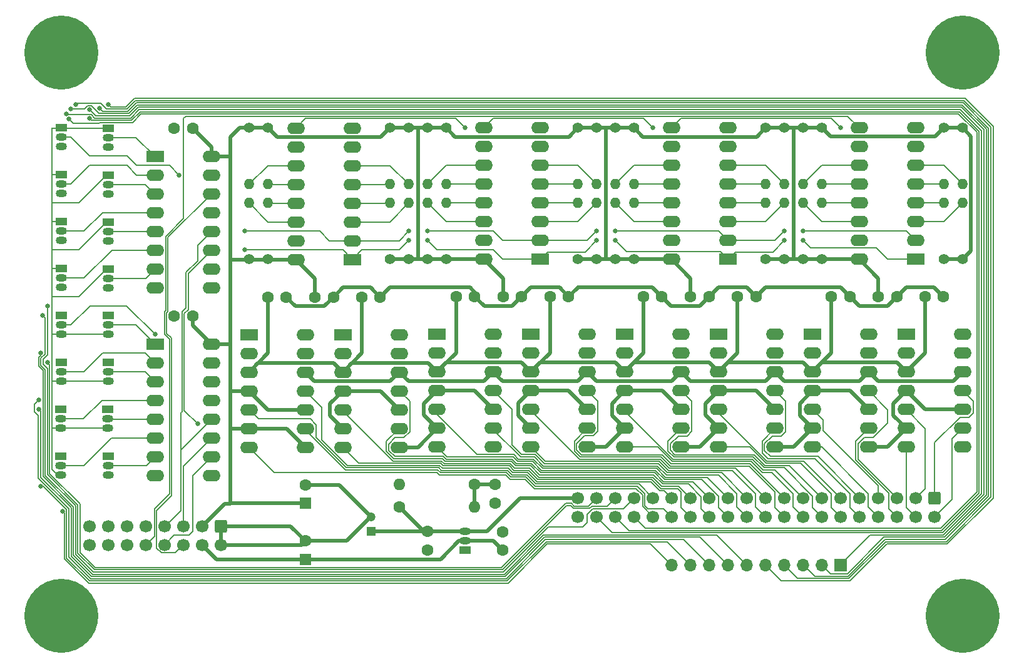
<source format=gbr>
%TF.GenerationSoftware,KiCad,Pcbnew,(6.0.6)*%
%TF.CreationDate,2022-08-01T21:04:16-04:00*%
%TF.ProjectId,calculator_interface,63616c63-756c-4617-946f-725f696e7465,rev?*%
%TF.SameCoordinates,Original*%
%TF.FileFunction,Copper,L1,Top*%
%TF.FilePolarity,Positive*%
%FSLAX46Y46*%
G04 Gerber Fmt 4.6, Leading zero omitted, Abs format (unit mm)*
G04 Created by KiCad (PCBNEW (6.0.6)) date 2022-08-01 21:04:16*
%MOMM*%
%LPD*%
G01*
G04 APERTURE LIST*
G04 Aperture macros list*
%AMRoundRect*
0 Rectangle with rounded corners*
0 $1 Rounding radius*
0 $2 $3 $4 $5 $6 $7 $8 $9 X,Y pos of 4 corners*
0 Add a 4 corners polygon primitive as box body*
4,1,4,$2,$3,$4,$5,$6,$7,$8,$9,$2,$3,0*
0 Add four circle primitives for the rounded corners*
1,1,$1+$1,$2,$3*
1,1,$1+$1,$4,$5*
1,1,$1+$1,$6,$7*
1,1,$1+$1,$8,$9*
0 Add four rect primitives between the rounded corners*
20,1,$1+$1,$2,$3,$4,$5,0*
20,1,$1+$1,$4,$5,$6,$7,0*
20,1,$1+$1,$6,$7,$8,$9,0*
20,1,$1+$1,$8,$9,$2,$3,0*%
G04 Aperture macros list end*
%TA.AperFunction,ComponentPad*%
%ADD10C,1.400000*%
%TD*%
%TA.AperFunction,ComponentPad*%
%ADD11O,1.400000X1.400000*%
%TD*%
%TA.AperFunction,ComponentPad*%
%ADD12R,1.600000X1.600000*%
%TD*%
%TA.AperFunction,ComponentPad*%
%ADD13C,1.600000*%
%TD*%
%TA.AperFunction,ComponentPad*%
%ADD14C,0.900000*%
%TD*%
%TA.AperFunction,ComponentPad*%
%ADD15C,10.000000*%
%TD*%
%TA.AperFunction,ComponentPad*%
%ADD16R,1.500000X1.050000*%
%TD*%
%TA.AperFunction,ComponentPad*%
%ADD17O,1.500000X1.050000*%
%TD*%
%TA.AperFunction,ComponentPad*%
%ADD18R,2.400000X1.600000*%
%TD*%
%TA.AperFunction,ComponentPad*%
%ADD19O,2.400000X1.600000*%
%TD*%
%TA.AperFunction,ComponentPad*%
%ADD20O,1.600000X1.600000*%
%TD*%
%TA.AperFunction,ComponentPad*%
%ADD21R,1.200000X1.200000*%
%TD*%
%TA.AperFunction,ComponentPad*%
%ADD22C,1.200000*%
%TD*%
%TA.AperFunction,ComponentPad*%
%ADD23R,1.700000X1.700000*%
%TD*%
%TA.AperFunction,ComponentPad*%
%ADD24O,1.700000X1.700000*%
%TD*%
%TA.AperFunction,ComponentPad*%
%ADD25RoundRect,0.250000X-0.600000X0.600000X-0.600000X-0.600000X0.600000X-0.600000X0.600000X0.600000X0*%
%TD*%
%TA.AperFunction,ComponentPad*%
%ADD26C,1.700000*%
%TD*%
%TA.AperFunction,ViaPad*%
%ADD27C,0.660400*%
%TD*%
%TA.AperFunction,Conductor*%
%ADD28C,0.508000*%
%TD*%
%TA.AperFunction,Conductor*%
%ADD29C,0.152400*%
%TD*%
G04 APERTURE END LIST*
D10*
%TO.P,R13,1*%
%TO.N,+3V3*%
X105410000Y-60960000D03*
D11*
%TO.P,R13,2*%
%TO.N,/LCD Reading/DAT-13*%
X105410000Y-53340000D03*
%TD*%
D12*
%TO.P,C5,1*%
%TO.N,+3V3*%
X66040000Y-93980000D03*
D13*
%TO.P,C5,2*%
%TO.N,GND*%
X66040000Y-91480000D03*
%TD*%
%TO.P,C2,1*%
%TO.N,+5V*%
X92710000Y-100330000D03*
%TO.P,C2,2*%
%TO.N,GND*%
X92710000Y-97830000D03*
%TD*%
D14*
%TO.P,J4,1,Pin_1*%
%TO.N,GND*%
X157591650Y-30368350D03*
X152288350Y-30368350D03*
X151190000Y-33020000D03*
X152288350Y-35671650D03*
X157591650Y-35671650D03*
D15*
X154940000Y-33020000D03*
D14*
X154940000Y-29270000D03*
X154940000Y-36770000D03*
X158690000Y-33020000D03*
%TD*%
D10*
%TO.P,R11,1*%
%TO.N,+3V3*%
X85090000Y-60960000D03*
D11*
%TO.P,R11,2*%
%TO.N,/LCD Reading/DAT-11*%
X85090000Y-53340000D03*
%TD*%
D16*
%TO.P,Q8,1,S*%
%TO.N,Net-(Q1-Pad1)*%
X39370000Y-62245000D03*
D17*
%TO.P,Q8,2,G*%
%TO.N,/Keypad Driving/XA7*%
X39370000Y-63515000D03*
%TO.P,Q8,3,D*%
%TO.N,/Keypad Driving/A7*%
X39370000Y-64785000D03*
%TD*%
D13*
%TO.P,C20,1*%
%TO.N,+3V3*%
X50800000Y-68595000D03*
%TO.P,C20,2*%
%TO.N,GND*%
X48300000Y-68595000D03*
%TD*%
D18*
%TO.P,U9,1*%
%TO.N,/LCD Reading/DAT-18*%
X109205000Y-71115000D03*
D19*
%TO.P,U9,2*%
%TO.N,/LCD Reading/DAT-17*%
X109205000Y-73655000D03*
%TO.P,U9,3,V+*%
%TO.N,+5V*%
X109205000Y-76195000D03*
%TO.P,U9,4,-*%
%TO.N,/LCD Reading/Comparator reference*%
X109205000Y-78735000D03*
%TO.P,U9,5,+*%
%TO.N,/LCD Reading/LCD-17*%
X109205000Y-81275000D03*
%TO.P,U9,6,-*%
%TO.N,/LCD Reading/Comparator reference*%
X109205000Y-83815000D03*
%TO.P,U9,7,+*%
%TO.N,/LCD Reading/LCD-18*%
X109205000Y-86355000D03*
%TO.P,U9,8,-*%
%TO.N,/LCD Reading/Comparator reference*%
X116825000Y-86355000D03*
%TO.P,U9,9,+*%
%TO.N,/LCD Reading/LCD-20*%
X116825000Y-83815000D03*
%TO.P,U9,10,-*%
%TO.N,/LCD Reading/Comparator reference*%
X116825000Y-81275000D03*
%TO.P,U9,11,+*%
%TO.N,/LCD Reading/LCD-19*%
X116825000Y-78735000D03*
%TO.P,U9,12,V-*%
%TO.N,GND*%
X116825000Y-76195000D03*
%TO.P,U9,13*%
%TO.N,/LCD Reading/DAT-19*%
X116825000Y-73655000D03*
%TO.P,U9,14*%
%TO.N,/LCD Reading/DAT-20*%
X116825000Y-71115000D03*
%TD*%
D13*
%TO.P,R33,1*%
%TO.N,+1V5*%
X78740000Y-94488000D03*
D20*
%TO.P,R33,2*%
%TO.N,/LCD Reading/Comparator reference*%
X88900000Y-94488000D03*
%TD*%
D10*
%TO.P,R9,1*%
%TO.N,+3V3*%
X82550000Y-43180000D03*
D11*
%TO.P,R9,2*%
%TO.N,/LCD Reading/DAT-9*%
X82550000Y-50800000D03*
%TD*%
D21*
%TO.P,C4,1*%
%TO.N,+1V5*%
X74930000Y-97790000D03*
D22*
%TO.P,C4,2*%
%TO.N,GND*%
X74930000Y-95790000D03*
%TD*%
D13*
%TO.P,C3,1*%
%TO.N,+1V5*%
X82550000Y-97790000D03*
%TO.P,C3,2*%
%TO.N,GND*%
X82550000Y-100290000D03*
%TD*%
D10*
%TO.P,R27,1*%
%TO.N,+3V3*%
X135890000Y-60960000D03*
D11*
%TO.P,R27,2*%
%TO.N,/LCD Reading/DAT-27*%
X135890000Y-53340000D03*
%TD*%
D10*
%TO.P,R23,1*%
%TO.N,+3V3*%
X128270000Y-43180000D03*
D11*
%TO.P,R23,2*%
%TO.N,/LCD Reading/DAT-23*%
X128270000Y-50800000D03*
%TD*%
D18*
%TO.P,U8,1,~{PL}*%
%TO.N,/LCD Reading/~{SAMPLE}*%
X123190000Y-60960000D03*
D19*
%TO.P,U8,2,CP*%
%TO.N,/LCD Reading/CLOCK*%
X123190000Y-58420000D03*
%TO.P,U8,3,D4*%
%TO.N,/LCD Reading/DAT-21*%
X123190000Y-55880000D03*
%TO.P,U8,4,D5*%
%TO.N,/LCD Reading/DAT-22*%
X123190000Y-53340000D03*
%TO.P,U8,5,D6*%
%TO.N,/LCD Reading/DAT-23*%
X123190000Y-50800000D03*
%TO.P,U8,6,D7*%
%TO.N,/LCD Reading/DAT-24*%
X123190000Y-48260000D03*
%TO.P,U8,7,~{Q7}*%
%TO.N,unconnected-(U8-Pad7)*%
X123190000Y-45720000D03*
%TO.P,U8,8,GND*%
%TO.N,GND*%
X123190000Y-43180000D03*
%TO.P,U8,9,Q7*%
%TO.N,Net-(U11-Pad10)*%
X115570000Y-43180000D03*
%TO.P,U8,10,DS*%
%TO.N,Net-(U5-Pad9)*%
X115570000Y-45720000D03*
%TO.P,U8,11,D0*%
%TO.N,/LCD Reading/DAT-17*%
X115570000Y-48260000D03*
%TO.P,U8,12,D1*%
%TO.N,/LCD Reading/DAT-18*%
X115570000Y-50800000D03*
%TO.P,U8,13,D2*%
%TO.N,/LCD Reading/DAT-19*%
X115570000Y-53340000D03*
%TO.P,U8,14,D3*%
%TO.N,/LCD Reading/DAT-20*%
X115570000Y-55880000D03*
%TO.P,U8,15,~{CE}*%
%TO.N,GND*%
X115570000Y-58420000D03*
%TO.P,U8,16,VCC*%
%TO.N,+3V3*%
X115570000Y-60960000D03*
%TD*%
D14*
%TO.P,J6,1,Pin_1*%
%TO.N,GND*%
X154940000Y-112970000D03*
D15*
X154940000Y-109220000D03*
D14*
X152288350Y-106568350D03*
X157591650Y-106568350D03*
X152288350Y-111871650D03*
X151190000Y-109220000D03*
X157591650Y-111871650D03*
X154940000Y-105470000D03*
X158690000Y-109220000D03*
%TD*%
D13*
%TO.P,C16,1*%
%TO.N,+5V*%
X137185000Y-66035000D03*
%TO.P,C16,2*%
%TO.N,GND*%
X139685000Y-66035000D03*
%TD*%
%TO.P,R34,1*%
%TO.N,/LCD Reading/Comparator reference*%
X88900000Y-91440000D03*
D20*
%TO.P,R34,2*%
%TO.N,GND*%
X78740000Y-91440000D03*
%TD*%
D16*
%TO.P,Q4,1,S*%
%TO.N,Net-(Q1-Pad1)*%
X39370000Y-49545000D03*
D17*
%TO.P,Q4,2,G*%
%TO.N,/Keypad Driving/XA3*%
X39370000Y-50815000D03*
%TO.P,Q4,3,D*%
%TO.N,/Keypad Driving/A3*%
X39370000Y-52085000D03*
%TD*%
D18*
%TO.P,U13,1*%
%TO.N,/LCD Reading/DAT-30*%
X147305000Y-71110000D03*
D19*
%TO.P,U13,2*%
%TO.N,/LCD Reading/DAT-29*%
X147305000Y-73650000D03*
%TO.P,U13,3,V+*%
%TO.N,+5V*%
X147305000Y-76190000D03*
%TO.P,U13,4,-*%
%TO.N,/LCD Reading/Comparator reference*%
X147305000Y-78730000D03*
%TO.P,U13,5,+*%
%TO.N,/LCD Reading/LCD-29*%
X147305000Y-81270000D03*
%TO.P,U13,6,-*%
%TO.N,/LCD Reading/Comparator reference*%
X147305000Y-83810000D03*
%TO.P,U13,7,+*%
%TO.N,/LCD Reading/LCD-30*%
X147305000Y-86350000D03*
%TO.P,U13,8,-*%
%TO.N,/LCD Reading/Comparator reference*%
X154925000Y-86350000D03*
%TO.P,U13,9,+*%
%TO.N,/LCD Reading/LCD-32*%
X154925000Y-83810000D03*
%TO.P,U13,10,-*%
%TO.N,/LCD Reading/Comparator reference*%
X154925000Y-81270000D03*
%TO.P,U13,11,+*%
%TO.N,/LCD Reading/LCD-31*%
X154925000Y-78730000D03*
%TO.P,U13,12,V-*%
%TO.N,GND*%
X154925000Y-76190000D03*
%TO.P,U13,13*%
%TO.N,/LCD Reading/DAT-31*%
X154925000Y-73650000D03*
%TO.P,U13,14*%
%TO.N,/LCD Reading/DAT-32*%
X154925000Y-71110000D03*
%TD*%
D10*
%TO.P,R32,1*%
%TO.N,+3V3*%
X154940000Y-43180000D03*
D11*
%TO.P,R32,2*%
%TO.N,/LCD Reading/DAT-32*%
X154940000Y-50800000D03*
%TD*%
D10*
%TO.P,R8,1*%
%TO.N,+3V3*%
X80010000Y-43180000D03*
D11*
%TO.P,R8,2*%
%TO.N,/LCD Reading/DAT-8*%
X80010000Y-50800000D03*
%TD*%
D13*
%TO.P,C7,1*%
%TO.N,GND*%
X95280000Y-66025000D03*
%TO.P,C7,2*%
%TO.N,+3V3*%
X92780000Y-66025000D03*
%TD*%
D16*
%TO.P,Q2,1,S*%
%TO.N,Net-(Q1-Pad1)*%
X39370000Y-43195000D03*
D17*
%TO.P,Q2,2,G*%
%TO.N,/Keypad Driving/XA1*%
X39370000Y-44465000D03*
%TO.P,Q2,3,D*%
%TO.N,/Keypad Driving/A1*%
X39370000Y-45735000D03*
%TD*%
D18*
%TO.P,U7,1*%
%TO.N,/LCD Reading/DAT-14*%
X96535000Y-71100000D03*
D19*
%TO.P,U7,2*%
%TO.N,/LCD Reading/DAT-13*%
X96535000Y-73640000D03*
%TO.P,U7,3,V+*%
%TO.N,+5V*%
X96535000Y-76180000D03*
%TO.P,U7,4,-*%
%TO.N,/LCD Reading/Comparator reference*%
X96535000Y-78720000D03*
%TO.P,U7,5,+*%
%TO.N,/LCD Reading/LCD-13*%
X96535000Y-81260000D03*
%TO.P,U7,6,-*%
%TO.N,/LCD Reading/Comparator reference*%
X96535000Y-83800000D03*
%TO.P,U7,7,+*%
%TO.N,/LCD Reading/LCD-14*%
X96535000Y-86340000D03*
%TO.P,U7,8,-*%
%TO.N,/LCD Reading/Comparator reference*%
X104155000Y-86340000D03*
%TO.P,U7,9,+*%
%TO.N,/LCD Reading/LCD-16*%
X104155000Y-83800000D03*
%TO.P,U7,10,-*%
%TO.N,/LCD Reading/Comparator reference*%
X104155000Y-81260000D03*
%TO.P,U7,11,+*%
%TO.N,/LCD Reading/LCD-15*%
X104155000Y-78720000D03*
%TO.P,U7,12,V-*%
%TO.N,GND*%
X104155000Y-76180000D03*
%TO.P,U7,13*%
%TO.N,/LCD Reading/DAT-15*%
X104155000Y-73640000D03*
%TO.P,U7,14*%
%TO.N,/LCD Reading/DAT-16*%
X104155000Y-71100000D03*
%TD*%
D10*
%TO.P,R15,1*%
%TO.N,+3V3*%
X102870000Y-43180000D03*
D11*
%TO.P,R15,2*%
%TO.N,/LCD Reading/DAT-15*%
X102870000Y-50800000D03*
%TD*%
D10*
%TO.P,R16,1*%
%TO.N,+3V3*%
X105410000Y-43180000D03*
D11*
%TO.P,R16,2*%
%TO.N,/LCD Reading/DAT-16*%
X105410000Y-50800000D03*
%TD*%
D10*
%TO.P,R18,1*%
%TO.N,+3V3*%
X110490000Y-43180000D03*
D11*
%TO.P,R18,2*%
%TO.N,/LCD Reading/DAT-18*%
X110490000Y-50800000D03*
%TD*%
D16*
%TO.P,Q16,1,S*%
%TO.N,GND*%
X39340000Y-87630000D03*
D17*
%TO.P,Q16,2,G*%
%TO.N,/Keypad Driving/XRESET*%
X39340000Y-88900000D03*
%TO.P,Q16,3,D*%
%TO.N,/Keypad Driving/RESET*%
X39340000Y-90170000D03*
%TD*%
D16*
%TO.P,Q5,1,S*%
%TO.N,Net-(Q1-Pad1)*%
X33020000Y-55880000D03*
D17*
%TO.P,Q5,2,G*%
%TO.N,/Keypad Driving/XA4*%
X33020000Y-57150000D03*
%TO.P,Q5,3,D*%
%TO.N,/Keypad Driving/A4*%
X33020000Y-58420000D03*
%TD*%
D10*
%TO.P,R30,1*%
%TO.N,+3V3*%
X152400000Y-60960000D03*
D11*
%TO.P,R30,2*%
%TO.N,/LCD Reading/DAT-30*%
X152400000Y-53340000D03*
%TD*%
D13*
%TO.P,C14,1*%
%TO.N,+5V*%
X111745000Y-66040000D03*
%TO.P,C14,2*%
%TO.N,GND*%
X114245000Y-66040000D03*
%TD*%
D14*
%TO.P,J3,1,Pin_1*%
%TO.N,GND*%
X36770000Y-33020000D03*
X30368350Y-30368350D03*
X35671650Y-30368350D03*
D15*
X33020000Y-33020000D03*
D14*
X29270000Y-33020000D03*
X33020000Y-29270000D03*
X30368350Y-35671650D03*
X35671650Y-35671650D03*
X33020000Y-36770000D03*
%TD*%
D10*
%TO.P,R26,1*%
%TO.N,+3V3*%
X135890000Y-43180000D03*
D11*
%TO.P,R26,2*%
%TO.N,/LCD Reading/DAT-26*%
X135890000Y-50800000D03*
%TD*%
D18*
%TO.P,U2,1,~{PL}*%
%TO.N,/LCD Reading/~{SAMPLE}*%
X72375000Y-60975000D03*
D19*
%TO.P,U2,2,CP*%
%TO.N,/LCD Reading/CLOCK*%
X72375000Y-58435000D03*
%TO.P,U2,3,D4*%
%TO.N,/LCD Reading/DAT-5*%
X72375000Y-55895000D03*
%TO.P,U2,4,D5*%
%TO.N,/LCD Reading/DAT-6*%
X72375000Y-53355000D03*
%TO.P,U2,5,D6*%
%TO.N,/LCD Reading/DAT-7*%
X72375000Y-50815000D03*
%TO.P,U2,6,D7*%
%TO.N,/LCD Reading/DAT-8*%
X72375000Y-48275000D03*
%TO.P,U2,7,~{Q7}*%
%TO.N,unconnected-(U2-Pad7)*%
X72375000Y-45735000D03*
%TO.P,U2,8,GND*%
%TO.N,GND*%
X72375000Y-43195000D03*
%TO.P,U2,9,Q7*%
%TO.N,Net-(U2-Pad9)*%
X64755000Y-43195000D03*
%TO.P,U2,10,DS*%
%TO.N,GND*%
X64755000Y-45735000D03*
%TO.P,U2,11,D0*%
%TO.N,/LCD Reading/DAT-1*%
X64755000Y-48275000D03*
%TO.P,U2,12,D1*%
%TO.N,/LCD Reading/DAT-2*%
X64755000Y-50815000D03*
%TO.P,U2,13,D2*%
%TO.N,/LCD Reading/DAT-3*%
X64755000Y-53355000D03*
%TO.P,U2,14,D3*%
%TO.N,/LCD Reading/DAT-4*%
X64755000Y-55895000D03*
%TO.P,U2,15,~{CE}*%
%TO.N,GND*%
X64755000Y-58435000D03*
%TO.P,U2,16,VCC*%
%TO.N,+3V3*%
X64755000Y-60975000D03*
%TD*%
D10*
%TO.P,R25,1*%
%TO.N,+3V3*%
X133350000Y-43180000D03*
D11*
%TO.P,R25,2*%
%TO.N,/LCD Reading/DAT-25*%
X133350000Y-50800000D03*
%TD*%
D10*
%TO.P,R19,1*%
%TO.N,+3V3*%
X110490000Y-60960000D03*
D11*
%TO.P,R19,2*%
%TO.N,/LCD Reading/DAT-19*%
X110490000Y-53340000D03*
%TD*%
D10*
%TO.P,R20,1*%
%TO.N,+3V3*%
X107950000Y-60960000D03*
D11*
%TO.P,R20,2*%
%TO.N,/LCD Reading/DAT-20*%
X107950000Y-53340000D03*
%TD*%
D16*
%TO.P,Q1,1,S*%
%TO.N,Net-(Q1-Pad1)*%
X33020000Y-43180000D03*
D17*
%TO.P,Q1,2,G*%
%TO.N,/Keypad Driving/XA0*%
X33020000Y-44450000D03*
%TO.P,Q1,3,D*%
%TO.N,/Keypad Driving/A0*%
X33020000Y-45720000D03*
%TD*%
D16*
%TO.P,Q11,1,S*%
%TO.N,/Keypad Driving/B2*%
X32990000Y-74930000D03*
D17*
%TO.P,Q11,2,G*%
%TO.N,/Keypad Driving/XB2*%
X32990000Y-76200000D03*
%TO.P,Q11,3,D*%
%TO.N,Net-(Q1-Pad1)*%
X32990000Y-77470000D03*
%TD*%
D10*
%TO.P,R2,1*%
%TO.N,+3V3*%
X60960000Y-43180000D03*
D11*
%TO.P,R2,2*%
%TO.N,/LCD Reading/DAT-2*%
X60960000Y-50800000D03*
%TD*%
D10*
%TO.P,R6,1*%
%TO.N,+3V3*%
X77470000Y-60960000D03*
D11*
%TO.P,R6,2*%
%TO.N,/LCD Reading/DAT-6*%
X77470000Y-53340000D03*
%TD*%
D16*
%TO.P,Q14,1,S*%
%TO.N,/Keypad Driving/B5*%
X39325000Y-81280000D03*
D17*
%TO.P,Q14,2,G*%
%TO.N,/Keypad Driving/XB5*%
X39325000Y-82550000D03*
%TO.P,Q14,3,D*%
%TO.N,Net-(Q1-Pad1)*%
X39325000Y-83820000D03*
%TD*%
D10*
%TO.P,R21,1*%
%TO.N,+3V3*%
X130810000Y-60960000D03*
D11*
%TO.P,R21,2*%
%TO.N,/LCD Reading/DAT-21*%
X130810000Y-53340000D03*
%TD*%
D13*
%TO.P,C11,1*%
%TO.N,+5V*%
X73645000Y-66055000D03*
%TO.P,C11,2*%
%TO.N,GND*%
X76145000Y-66055000D03*
%TD*%
D23*
%TO.P,J7,1,A3*%
%TO.N,/Keypad Driving/A3*%
X138425000Y-102320000D03*
D24*
%TO.P,J7,2,A4*%
%TO.N,/Keypad Driving/A4*%
X135885000Y-102320000D03*
%TO.P,J7,3,A5*%
%TO.N,/Keypad Driving/A5*%
X133345000Y-102320000D03*
%TO.P,J7,4,A6*%
%TO.N,/Keypad Driving/A6*%
X130805000Y-102320000D03*
%TO.P,J7,5,A7*%
%TO.N,/Keypad Driving/A7*%
X128265000Y-102320000D03*
%TO.P,J7,6,B3*%
%TO.N,/Keypad Driving/B3*%
X125725000Y-102320000D03*
%TO.P,J7,7,B4*%
%TO.N,/Keypad Driving/B4*%
X123185000Y-102320000D03*
%TO.P,J7,8,B5*%
%TO.N,/Keypad Driving/B5*%
X120645000Y-102320000D03*
%TO.P,J7,9,B6*%
%TO.N,/Keypad Driving/B6*%
X118105000Y-102320000D03*
%TO.P,J7,10,RESET*%
%TO.N,/Keypad Driving/RESET*%
X115565000Y-102320000D03*
%TD*%
D16*
%TO.P,Q9,1,S*%
%TO.N,/Keypad Driving/B0*%
X32990000Y-68580000D03*
D17*
%TO.P,Q9,2,G*%
%TO.N,/Keypad Driving/XB0*%
X32990000Y-69850000D03*
%TO.P,Q9,3,D*%
%TO.N,Net-(Q1-Pad1)*%
X32990000Y-71120000D03*
%TD*%
D18*
%TO.P,U4,1*%
%TO.N,/LCD Reading/DAT-6*%
X71090000Y-71130000D03*
D19*
%TO.P,U4,2*%
%TO.N,/LCD Reading/DAT-5*%
X71090000Y-73670000D03*
%TO.P,U4,3,V+*%
%TO.N,+5V*%
X71090000Y-76210000D03*
%TO.P,U4,4,-*%
%TO.N,/LCD Reading/Comparator reference*%
X71090000Y-78750000D03*
%TO.P,U4,5,+*%
%TO.N,/LCD Reading/LCD-5*%
X71090000Y-81290000D03*
%TO.P,U4,6,-*%
%TO.N,/LCD Reading/Comparator reference*%
X71090000Y-83830000D03*
%TO.P,U4,7,+*%
%TO.N,/LCD Reading/LCD-6*%
X71090000Y-86370000D03*
%TO.P,U4,8,-*%
%TO.N,/LCD Reading/Comparator reference*%
X78710000Y-86370000D03*
%TO.P,U4,9,+*%
%TO.N,/LCD Reading/LCD-8*%
X78710000Y-83830000D03*
%TO.P,U4,10,-*%
%TO.N,/LCD Reading/Comparator reference*%
X78710000Y-81290000D03*
%TO.P,U4,11,+*%
%TO.N,/LCD Reading/LCD-7*%
X78710000Y-78750000D03*
%TO.P,U4,12,V-*%
%TO.N,GND*%
X78710000Y-76210000D03*
%TO.P,U4,13*%
%TO.N,/LCD Reading/DAT-7*%
X78710000Y-73670000D03*
%TO.P,U4,14*%
%TO.N,/LCD Reading/DAT-8*%
X78710000Y-71130000D03*
%TD*%
D13*
%TO.P,C13,1*%
%TO.N,+5V*%
X99130000Y-66025000D03*
%TO.P,C13,2*%
%TO.N,GND*%
X101630000Y-66025000D03*
%TD*%
D16*
%TO.P,Q10,1,S*%
%TO.N,/Keypad Driving/B1*%
X39340000Y-68580000D03*
D17*
%TO.P,Q10,2,G*%
%TO.N,/Keypad Driving/XB1*%
X39340000Y-69850000D03*
%TO.P,Q10,3,D*%
%TO.N,Net-(Q1-Pad1)*%
X39340000Y-71120000D03*
%TD*%
D10*
%TO.P,R22,1*%
%TO.N,+3V3*%
X128270000Y-60960000D03*
D11*
%TO.P,R22,2*%
%TO.N,/LCD Reading/DAT-22*%
X128270000Y-53340000D03*
%TD*%
D16*
%TO.P,U1,1,GND*%
%TO.N,GND*%
X87630000Y-100330000D03*
D17*
%TO.P,U1,2,VIN*%
%TO.N,+5V*%
X87630000Y-99060000D03*
%TO.P,U1,3,VOUT*%
%TO.N,+1V5*%
X87630000Y-97790000D03*
%TD*%
D10*
%TO.P,R29,1*%
%TO.N,+3V3*%
X154940000Y-60960000D03*
D11*
%TO.P,R29,2*%
%TO.N,/LCD Reading/DAT-29*%
X154940000Y-53340000D03*
%TD*%
D16*
%TO.P,Q7,1,S*%
%TO.N,Net-(Q1-Pad1)*%
X33020000Y-62230000D03*
D17*
%TO.P,Q7,2,G*%
%TO.N,/Keypad Driving/XA6*%
X33020000Y-63500000D03*
%TO.P,Q7,3,D*%
%TO.N,/Keypad Driving/A6*%
X33020000Y-64770000D03*
%TD*%
D18*
%TO.P,U3,1*%
%TO.N,/LCD Reading/DAT-2*%
X58390000Y-71130000D03*
D19*
%TO.P,U3,2*%
%TO.N,/LCD Reading/DAT-1*%
X58390000Y-73670000D03*
%TO.P,U3,3,V+*%
%TO.N,+5V*%
X58390000Y-76210000D03*
%TO.P,U3,4,-*%
%TO.N,+3V3*%
X58390000Y-78750000D03*
%TO.P,U3,5,+*%
%TO.N,/LCD Reading/LCD-1*%
X58390000Y-81290000D03*
%TO.P,U3,6,-*%
%TO.N,+3V3*%
X58390000Y-83830000D03*
%TO.P,U3,7,+*%
%TO.N,/LCD Reading/LCD-2*%
X58390000Y-86370000D03*
%TO.P,U3,8,-*%
%TO.N,+3V3*%
X66010000Y-86370000D03*
%TO.P,U3,9,+*%
%TO.N,/LCD Reading/LCD-4*%
X66010000Y-83830000D03*
%TO.P,U3,10,-*%
%TO.N,+3V3*%
X66010000Y-81290000D03*
%TO.P,U3,11,+*%
%TO.N,/LCD Reading/LCD-3*%
X66010000Y-78750000D03*
%TO.P,U3,12,V-*%
%TO.N,GND*%
X66010000Y-76210000D03*
%TO.P,U3,13*%
%TO.N,/LCD Reading/DAT-3*%
X66010000Y-73670000D03*
%TO.P,U3,14*%
%TO.N,/LCD Reading/DAT-4*%
X66010000Y-71130000D03*
%TD*%
D13*
%TO.P,C19,1*%
%TO.N,GND*%
X48260000Y-43195000D03*
%TO.P,C19,2*%
%TO.N,+3V3*%
X50760000Y-43195000D03*
%TD*%
D18*
%TO.P,U15,1,QB*%
%TO.N,/Keypad Driving/XB1*%
X45705000Y-72450000D03*
D19*
%TO.P,U15,2,QC*%
%TO.N,/Keypad Driving/XB2*%
X45705000Y-74990000D03*
%TO.P,U15,3,QD*%
%TO.N,/Keypad Driving/XB3*%
X45705000Y-77530000D03*
%TO.P,U15,4,QE*%
%TO.N,/Keypad Driving/XB4*%
X45705000Y-80070000D03*
%TO.P,U15,5,QF*%
%TO.N,/Keypad Driving/XB5*%
X45705000Y-82610000D03*
%TO.P,U15,6,QG*%
%TO.N,/Keypad Driving/XB6*%
X45705000Y-85150000D03*
%TO.P,U15,7,QH*%
%TO.N,/Keypad Driving/XRESET*%
X45705000Y-87690000D03*
%TO.P,U15,8,GND*%
%TO.N,GND*%
X45705000Y-90230000D03*
%TO.P,U15,9,QH'*%
%TO.N,unconnected-(U15-Pad9)*%
X53325000Y-90230000D03*
%TO.P,U15,10,~{SRCLR}*%
%TO.N,/Keypad Driving/~{BLANK}*%
X53325000Y-87690000D03*
%TO.P,U15,11,SRCLK*%
%TO.N,/Keypad Driving/CLOCK*%
X53325000Y-85150000D03*
%TO.P,U15,12,RCLK*%
%TO.N,/Keypad Driving/SHOW*%
X53325000Y-82610000D03*
%TO.P,U15,13,~{OE}*%
%TO.N,GND*%
X53325000Y-80070000D03*
%TO.P,U15,14,SER*%
%TO.N,Net-(U14-Pad9)*%
X53325000Y-77530000D03*
%TO.P,U15,15,QA*%
%TO.N,/Keypad Driving/XB0*%
X53325000Y-74990000D03*
%TO.P,U15,16,VCC*%
%TO.N,+3V3*%
X53325000Y-72450000D03*
%TD*%
D10*
%TO.P,R12,1*%
%TO.N,+3V3*%
X82550000Y-60960000D03*
D11*
%TO.P,R12,2*%
%TO.N,/LCD Reading/DAT-12*%
X82550000Y-53340000D03*
%TD*%
D13*
%TO.P,C18,1*%
%TO.N,+5V*%
X149845000Y-66035000D03*
%TO.P,C18,2*%
%TO.N,GND*%
X152345000Y-66035000D03*
%TD*%
D10*
%TO.P,R3,1*%
%TO.N,+3V3*%
X60960000Y-60960000D03*
D11*
%TO.P,R3,2*%
%TO.N,/LCD Reading/DAT-3*%
X60960000Y-53340000D03*
%TD*%
D13*
%TO.P,C10,1*%
%TO.N,+5V*%
X60945000Y-66055000D03*
%TO.P,C10,2*%
%TO.N,GND*%
X63445000Y-66055000D03*
%TD*%
D12*
%TO.P,C1,1*%
%TO.N,+5V*%
X66040000Y-101560000D03*
D13*
%TO.P,C1,2*%
%TO.N,GND*%
X66040000Y-99060000D03*
%TD*%
D18*
%TO.P,U10,1*%
%TO.N,/LCD Reading/DAT-22*%
X121920000Y-71120000D03*
D19*
%TO.P,U10,2*%
%TO.N,/LCD Reading/DAT-21*%
X121920000Y-73660000D03*
%TO.P,U10,3,V+*%
%TO.N,+5V*%
X121920000Y-76200000D03*
%TO.P,U10,4,-*%
%TO.N,/LCD Reading/Comparator reference*%
X121920000Y-78740000D03*
%TO.P,U10,5,+*%
%TO.N,/LCD Reading/LCD-21*%
X121920000Y-81280000D03*
%TO.P,U10,6,-*%
%TO.N,/LCD Reading/Comparator reference*%
X121920000Y-83820000D03*
%TO.P,U10,7,+*%
%TO.N,/LCD Reading/LCD-22*%
X121920000Y-86360000D03*
%TO.P,U10,8,-*%
%TO.N,/LCD Reading/Comparator reference*%
X129540000Y-86360000D03*
%TO.P,U10,9,+*%
%TO.N,/LCD Reading/LCD-24*%
X129540000Y-83820000D03*
%TO.P,U10,10,-*%
%TO.N,/LCD Reading/Comparator reference*%
X129540000Y-81280000D03*
%TO.P,U10,11,+*%
%TO.N,/LCD Reading/LCD-23*%
X129540000Y-78740000D03*
%TO.P,U10,12,V-*%
%TO.N,GND*%
X129540000Y-76200000D03*
%TO.P,U10,13*%
%TO.N,/LCD Reading/DAT-23*%
X129540000Y-73660000D03*
%TO.P,U10,14*%
%TO.N,/LCD Reading/DAT-24*%
X129540000Y-71120000D03*
%TD*%
D16*
%TO.P,Q6,1,S*%
%TO.N,Net-(Q1-Pad1)*%
X39370000Y-55895000D03*
D17*
%TO.P,Q6,2,G*%
%TO.N,/Keypad Driving/XA5*%
X39370000Y-57165000D03*
%TO.P,Q6,3,D*%
%TO.N,/Keypad Driving/A5*%
X39370000Y-58435000D03*
%TD*%
D18*
%TO.P,U14,1,QB*%
%TO.N,/Keypad Driving/XA1*%
X45690000Y-47020000D03*
D19*
%TO.P,U14,2,QC*%
%TO.N,/Keypad Driving/XA2*%
X45690000Y-49560000D03*
%TO.P,U14,3,QD*%
%TO.N,/Keypad Driving/XA3*%
X45690000Y-52100000D03*
%TO.P,U14,4,QE*%
%TO.N,/Keypad Driving/XA4*%
X45690000Y-54640000D03*
%TO.P,U14,5,QF*%
%TO.N,/Keypad Driving/XA5*%
X45690000Y-57180000D03*
%TO.P,U14,6,QG*%
%TO.N,/Keypad Driving/XA6*%
X45690000Y-59720000D03*
%TO.P,U14,7,QH*%
%TO.N,/Keypad Driving/XA7*%
X45690000Y-62260000D03*
%TO.P,U14,8,GND*%
%TO.N,GND*%
X45690000Y-64800000D03*
%TO.P,U14,9,QH'*%
%TO.N,Net-(U14-Pad9)*%
X53310000Y-64800000D03*
%TO.P,U14,10,~{SRCLR}*%
%TO.N,/Keypad Driving/~{BLANK}*%
X53310000Y-62260000D03*
%TO.P,U14,11,SRCLK*%
%TO.N,/Keypad Driving/CLOCK*%
X53310000Y-59720000D03*
%TO.P,U14,12,RCLK*%
%TO.N,/Keypad Driving/SHOW*%
X53310000Y-57180000D03*
%TO.P,U14,13,~{OE}*%
%TO.N,GND*%
X53310000Y-54640000D03*
%TO.P,U14,14,SER*%
%TO.N,/Keypad Driving/DATA*%
X53310000Y-52100000D03*
%TO.P,U14,15,QA*%
%TO.N,/Keypad Driving/XA0*%
X53310000Y-49560000D03*
%TO.P,U14,16,VCC*%
%TO.N,+3V3*%
X53310000Y-47020000D03*
%TD*%
D16*
%TO.P,Q13,1,S*%
%TO.N,/Keypad Driving/B4*%
X32975000Y-81280000D03*
D17*
%TO.P,Q13,2,G*%
%TO.N,/Keypad Driving/XB4*%
X32975000Y-82550000D03*
%TO.P,Q13,3,D*%
%TO.N,Net-(Q1-Pad1)*%
X32975000Y-83820000D03*
%TD*%
D18*
%TO.P,U12,1*%
%TO.N,/LCD Reading/DAT-26*%
X134605000Y-71115000D03*
D19*
%TO.P,U12,2*%
%TO.N,/LCD Reading/DAT-25*%
X134605000Y-73655000D03*
%TO.P,U12,3,V+*%
%TO.N,+5V*%
X134605000Y-76195000D03*
%TO.P,U12,4,-*%
%TO.N,/LCD Reading/Comparator reference*%
X134605000Y-78735000D03*
%TO.P,U12,5,+*%
%TO.N,/LCD Reading/LCD-25*%
X134605000Y-81275000D03*
%TO.P,U12,6,-*%
%TO.N,/LCD Reading/Comparator reference*%
X134605000Y-83815000D03*
%TO.P,U12,7,+*%
%TO.N,/LCD Reading/LCD-26*%
X134605000Y-86355000D03*
%TO.P,U12,8,-*%
%TO.N,/LCD Reading/Comparator reference*%
X142225000Y-86355000D03*
%TO.P,U12,9,+*%
%TO.N,/LCD Reading/LCD-28*%
X142225000Y-83815000D03*
%TO.P,U12,10,-*%
%TO.N,/LCD Reading/Comparator reference*%
X142225000Y-81275000D03*
%TO.P,U12,11,+*%
%TO.N,/LCD Reading/LCD-27*%
X142225000Y-78735000D03*
%TO.P,U12,12,V-*%
%TO.N,GND*%
X142225000Y-76195000D03*
%TO.P,U12,13*%
%TO.N,/LCD Reading/DAT-27*%
X142225000Y-73655000D03*
%TO.P,U12,14*%
%TO.N,/LCD Reading/DAT-28*%
X142225000Y-71115000D03*
%TD*%
D16*
%TO.P,Q12,1,S*%
%TO.N,/Keypad Driving/B3*%
X39340000Y-74930000D03*
D17*
%TO.P,Q12,2,G*%
%TO.N,/Keypad Driving/XB3*%
X39340000Y-76200000D03*
%TO.P,Q12,3,D*%
%TO.N,Net-(Q1-Pad1)*%
X39340000Y-77470000D03*
%TD*%
D10*
%TO.P,R5,1*%
%TO.N,+3V3*%
X80010000Y-60960000D03*
D11*
%TO.P,R5,2*%
%TO.N,/LCD Reading/DAT-5*%
X80010000Y-53340000D03*
%TD*%
D10*
%TO.P,R4,1*%
%TO.N,+3V3*%
X58420000Y-60960000D03*
D11*
%TO.P,R4,2*%
%TO.N,/LCD Reading/DAT-4*%
X58420000Y-53340000D03*
%TD*%
D16*
%TO.P,Q15,1,S*%
%TO.N,/Keypad Driving/B6*%
X32975000Y-87630000D03*
D17*
%TO.P,Q15,2,G*%
%TO.N,/Keypad Driving/XB6*%
X32975000Y-88900000D03*
%TO.P,Q15,3,D*%
%TO.N,Net-(Q1-Pad1)*%
X32975000Y-90170000D03*
%TD*%
D10*
%TO.P,R14,1*%
%TO.N,+3V3*%
X102870000Y-60960000D03*
D11*
%TO.P,R14,2*%
%TO.N,/LCD Reading/DAT-14*%
X102870000Y-53340000D03*
%TD*%
D18*
%TO.P,U5,1,~{PL}*%
%TO.N,/LCD Reading/~{SAMPLE}*%
X97820000Y-60945000D03*
D19*
%TO.P,U5,2,CP*%
%TO.N,/LCD Reading/CLOCK*%
X97820000Y-58405000D03*
%TO.P,U5,3,D4*%
%TO.N,/LCD Reading/DAT-13*%
X97820000Y-55865000D03*
%TO.P,U5,4,D5*%
%TO.N,/LCD Reading/DAT-14*%
X97820000Y-53325000D03*
%TO.P,U5,5,D6*%
%TO.N,/LCD Reading/DAT-15*%
X97820000Y-50785000D03*
%TO.P,U5,6,D7*%
%TO.N,/LCD Reading/DAT-16*%
X97820000Y-48245000D03*
%TO.P,U5,7,~{Q7}*%
%TO.N,unconnected-(U5-Pad7)*%
X97820000Y-45705000D03*
%TO.P,U5,8,GND*%
%TO.N,GND*%
X97820000Y-43165000D03*
%TO.P,U5,9,Q7*%
%TO.N,Net-(U5-Pad9)*%
X90200000Y-43165000D03*
%TO.P,U5,10,DS*%
%TO.N,Net-(U2-Pad9)*%
X90200000Y-45705000D03*
%TO.P,U5,11,D0*%
%TO.N,/LCD Reading/DAT-9*%
X90200000Y-48245000D03*
%TO.P,U5,12,D1*%
%TO.N,/LCD Reading/DAT-10*%
X90200000Y-50785000D03*
%TO.P,U5,13,D2*%
%TO.N,/LCD Reading/DAT-11*%
X90200000Y-53325000D03*
%TO.P,U5,14,D3*%
%TO.N,/LCD Reading/DAT-12*%
X90200000Y-55865000D03*
%TO.P,U5,15,~{CE}*%
%TO.N,GND*%
X90200000Y-58405000D03*
%TO.P,U5,16,VCC*%
%TO.N,+3V3*%
X90200000Y-60945000D03*
%TD*%
D10*
%TO.P,R24,1*%
%TO.N,+3V3*%
X130810000Y-43180000D03*
D11*
%TO.P,R24,2*%
%TO.N,/LCD Reading/DAT-24*%
X130810000Y-50800000D03*
%TD*%
D25*
%TO.P,J1,1,GND*%
%TO.N,GND*%
X54610000Y-97037500D03*
D26*
%TO.P,J1,2,GND2*%
X54610000Y-99577500D03*
%TO.P,J1,3,3V3*%
%TO.N,+3V3*%
X52070000Y-97037500D03*
%TO.P,J1,4,5V*%
%TO.N,+5V*%
X52070000Y-99577500D03*
%TO.P,J1,5,KEYPAD_CLOCK*%
%TO.N,/Keypad Driving/CLOCK*%
X49530000Y-97037500D03*
%TO.P,J1,6,KEYPAD_DATA*%
%TO.N,/Keypad Driving/DATA*%
X49530000Y-99577500D03*
%TO.P,J1,7,KEYPAD_SHOW*%
%TO.N,/Keypad Driving/SHOW*%
X46990000Y-97037500D03*
%TO.P,J1,8,KEYPAD_~{BLANK}*%
%TO.N,/Keypad Driving/~{BLANK}*%
X46990000Y-99577500D03*
%TO.P,J1,9,LCD_CLOCK*%
%TO.N,/LCD Reading/CLOCK*%
X44450000Y-97037500D03*
%TO.P,J1,10,LCD_DATA*%
%TO.N,/LCD Reading/DATA*%
X44450000Y-99577500D03*
%TO.P,J1,11,LCD_PLANE_1*%
%TO.N,/LCD Reading/DAT-1*%
X41910000Y-97037500D03*
%TO.P,J1,12,LCD_PLANE_2*%
%TO.N,/LCD Reading/DAT-2*%
X41910000Y-99577500D03*
%TO.P,J1,13,LCD_PLANE_3*%
%TO.N,/LCD Reading/DAT-3*%
X39370000Y-97037500D03*
%TO.P,J1,14,LCD_PLANE_4*%
%TO.N,/LCD Reading/DAT-4*%
X39370000Y-99577500D03*
%TO.P,J1,15,LCD_~{SAMPLE}*%
%TO.N,/LCD Reading/~{SAMPLE}*%
X36830000Y-97037500D03*
%TO.P,J1,16,GND3*%
%TO.N,GND*%
X36830000Y-99577500D03*
%TD*%
D14*
%TO.P,J5,1,Pin_1*%
%TO.N,GND*%
X33020000Y-112970000D03*
D15*
X33020000Y-109220000D03*
D14*
X30368350Y-106568350D03*
X33020000Y-105470000D03*
X36770000Y-109220000D03*
X29270000Y-109220000D03*
X30368350Y-111871650D03*
X35671650Y-111871650D03*
X35671650Y-106568350D03*
%TD*%
D18*
%TO.P,U11,1,~{PL}*%
%TO.N,/LCD Reading/~{SAMPLE}*%
X148590000Y-60925000D03*
D19*
%TO.P,U11,2,CP*%
%TO.N,/LCD Reading/CLOCK*%
X148590000Y-58385000D03*
%TO.P,U11,3,D4*%
%TO.N,/LCD Reading/DAT-29*%
X148590000Y-55845000D03*
%TO.P,U11,4,D5*%
%TO.N,/LCD Reading/DAT-30*%
X148590000Y-53305000D03*
%TO.P,U11,5,D6*%
%TO.N,/LCD Reading/DAT-31*%
X148590000Y-50765000D03*
%TO.P,U11,6,D7*%
%TO.N,/LCD Reading/DAT-32*%
X148590000Y-48225000D03*
%TO.P,U11,7,~{Q7}*%
%TO.N,unconnected-(U11-Pad7)*%
X148590000Y-45685000D03*
%TO.P,U11,8,GND*%
%TO.N,GND*%
X148590000Y-43145000D03*
%TO.P,U11,9,Q7*%
%TO.N,/LCD Reading/DATA*%
X140970000Y-43145000D03*
%TO.P,U11,10,DS*%
%TO.N,Net-(U11-Pad10)*%
X140970000Y-45685000D03*
%TO.P,U11,11,D0*%
%TO.N,/LCD Reading/DAT-25*%
X140970000Y-48225000D03*
%TO.P,U11,12,D1*%
%TO.N,/LCD Reading/DAT-26*%
X140970000Y-50765000D03*
%TO.P,U11,13,D2*%
%TO.N,/LCD Reading/DAT-27*%
X140970000Y-53305000D03*
%TO.P,U11,14,D3*%
%TO.N,/LCD Reading/DAT-28*%
X140970000Y-55845000D03*
%TO.P,U11,15,~{CE}*%
%TO.N,GND*%
X140970000Y-58385000D03*
%TO.P,U11,16,VCC*%
%TO.N,+3V3*%
X140970000Y-60925000D03*
%TD*%
D10*
%TO.P,R31,1*%
%TO.N,+3V3*%
X152400000Y-43180000D03*
D11*
%TO.P,R31,2*%
%TO.N,/LCD Reading/DAT-31*%
X152400000Y-50800000D03*
%TD*%
D16*
%TO.P,Q3,1,S*%
%TO.N,Net-(Q1-Pad1)*%
X33020000Y-49530000D03*
D17*
%TO.P,Q3,2,G*%
%TO.N,/Keypad Driving/XA2*%
X33020000Y-50800000D03*
%TO.P,Q3,3,D*%
%TO.N,/Keypad Driving/A2*%
X33020000Y-52070000D03*
%TD*%
D13*
%TO.P,C17,1*%
%TO.N,/LCD Reading/Comparator reference*%
X91694000Y-91440000D03*
%TO.P,C17,2*%
%TO.N,GND*%
X91694000Y-93940000D03*
%TD*%
D10*
%TO.P,R28,1*%
%TO.N,+3V3*%
X133350000Y-60960000D03*
D11*
%TO.P,R28,2*%
%TO.N,/LCD Reading/DAT-28*%
X133350000Y-53340000D03*
%TD*%
D13*
%TO.P,C15,1*%
%TO.N,+5V*%
X124500000Y-66040000D03*
%TO.P,C15,2*%
%TO.N,GND*%
X127000000Y-66040000D03*
%TD*%
D10*
%TO.P,R10,1*%
%TO.N,+3V3*%
X85090000Y-43180000D03*
D11*
%TO.P,R10,2*%
%TO.N,/LCD Reading/DAT-10*%
X85090000Y-50800000D03*
%TD*%
D10*
%TO.P,R7,1*%
%TO.N,+3V3*%
X77470000Y-43180000D03*
D11*
%TO.P,R7,2*%
%TO.N,/LCD Reading/DAT-7*%
X77470000Y-50800000D03*
%TD*%
D10*
%TO.P,R1,1*%
%TO.N,+3V3*%
X58420000Y-43180000D03*
D11*
%TO.P,R1,2*%
%TO.N,/LCD Reading/DAT-1*%
X58420000Y-50800000D03*
%TD*%
D13*
%TO.P,C8,1*%
%TO.N,GND*%
X120650000Y-66040000D03*
%TO.P,C8,2*%
%TO.N,+3V3*%
X118150000Y-66040000D03*
%TD*%
D25*
%TO.P,J2,1,LCD_31*%
%TO.N,/LCD Reading/LCD-31*%
X151130000Y-93242500D03*
D26*
%TO.P,J2,2,LCD_32*%
%TO.N,/LCD Reading/LCD-32*%
X151130000Y-95782500D03*
%TO.P,J2,3,LCD_29*%
%TO.N,/LCD Reading/LCD-29*%
X148590000Y-93242500D03*
%TO.P,J2,4,LCD_30*%
%TO.N,/LCD Reading/LCD-30*%
X148590000Y-95782500D03*
%TO.P,J2,5,LCD_27*%
%TO.N,/LCD Reading/LCD-27*%
X146050000Y-93242500D03*
%TO.P,J2,6,LCD_28*%
%TO.N,/LCD Reading/LCD-28*%
X146050000Y-95782500D03*
%TO.P,J2,7,LCD_25*%
%TO.N,/LCD Reading/LCD-25*%
X143510000Y-93242500D03*
%TO.P,J2,8,LCD_26*%
%TO.N,/LCD Reading/LCD-26*%
X143510000Y-95782500D03*
%TO.P,J2,9,LCD_23*%
%TO.N,/LCD Reading/LCD-23*%
X140970000Y-93242500D03*
%TO.P,J2,10,LCD_24*%
%TO.N,/LCD Reading/LCD-24*%
X140970000Y-95782500D03*
%TO.P,J2,11,LCD_21*%
%TO.N,/LCD Reading/LCD-21*%
X138430000Y-93242500D03*
%TO.P,J2,12,LCD_22*%
%TO.N,/LCD Reading/LCD-22*%
X138430000Y-95782500D03*
%TO.P,J2,13,LCD_19*%
%TO.N,/LCD Reading/LCD-19*%
X135890000Y-93242500D03*
%TO.P,J2,14,LCD_20*%
%TO.N,/LCD Reading/LCD-20*%
X135890000Y-95782500D03*
%TO.P,J2,15,LCD_17*%
%TO.N,/LCD Reading/LCD-17*%
X133350000Y-93242500D03*
%TO.P,J2,16,LCD_18*%
%TO.N,/LCD Reading/LCD-18*%
X133350000Y-95782500D03*
%TO.P,J2,17,LCD_15*%
%TO.N,/LCD Reading/LCD-15*%
X130810000Y-93242500D03*
%TO.P,J2,18,LCD_16*%
%TO.N,/LCD Reading/LCD-16*%
X130810000Y-95782500D03*
%TO.P,J2,19,LCD_13*%
%TO.N,/LCD Reading/LCD-13*%
X128270000Y-93242500D03*
%TO.P,J2,20,LCD_14*%
%TO.N,/LCD Reading/LCD-14*%
X128270000Y-95782500D03*
%TO.P,J2,21,LCD_11*%
%TO.N,/LCD Reading/LCD-11*%
X125730000Y-93242500D03*
%TO.P,J2,22,LCD_12*%
%TO.N,/LCD Reading/LCD-12*%
X125730000Y-95782500D03*
%TO.P,J2,23,LCD_9*%
%TO.N,/LCD Reading/LCD-9*%
X123190000Y-93242500D03*
%TO.P,J2,24,LCD_10*%
%TO.N,/LCD Reading/LCD-10*%
X123190000Y-95782500D03*
%TO.P,J2,25,LCD_7*%
%TO.N,/LCD Reading/LCD-7*%
X120650000Y-93242500D03*
%TO.P,J2,26,LCD_8*%
%TO.N,/LCD Reading/LCD-8*%
X120650000Y-95782500D03*
%TO.P,J2,27,LCD_5*%
%TO.N,/LCD Reading/LCD-5*%
X118110000Y-93242500D03*
%TO.P,J2,28,LCD_6*%
%TO.N,/LCD Reading/LCD-6*%
X118110000Y-95782500D03*
%TO.P,J2,29,LCD_3(A)*%
%TO.N,/LCD Reading/LCD-3*%
X115570000Y-93242500D03*
%TO.P,J2,30,LCD_4(B)*%
%TO.N,/LCD Reading/LCD-4*%
X115570000Y-95782500D03*
%TO.P,J2,31,LCD_1(D)*%
%TO.N,/LCD Reading/LCD-1*%
X113030000Y-93242500D03*
%TO.P,J2,32,LCD_2(C)*%
%TO.N,/LCD Reading/LCD-2*%
X113030000Y-95782500D03*
%TO.P,J2,33,B0*%
%TO.N,/Keypad Driving/B0*%
X110490000Y-93242500D03*
%TO.P,J2,34,A0*%
%TO.N,/Keypad Driving/A0*%
X110490000Y-95782500D03*
%TO.P,J2,35,B1*%
%TO.N,/Keypad Driving/B1*%
X107950000Y-93242500D03*
%TO.P,J2,36,A1*%
%TO.N,/Keypad Driving/A1*%
X107950000Y-95782500D03*
%TO.P,J2,37,B2*%
%TO.N,/Keypad Driving/B2*%
X105410000Y-93242500D03*
%TO.P,J2,38,A2*%
%TO.N,/Keypad Driving/A2*%
X105410000Y-95782500D03*
%TO.P,J2,39,B+*%
%TO.N,+1V5*%
X102870000Y-93242500D03*
%TO.P,J2,40,GND*%
%TO.N,GND*%
X102870000Y-95782500D03*
%TD*%
D13*
%TO.P,C12,1*%
%TO.N,+5V*%
X86430000Y-66025000D03*
%TO.P,C12,2*%
%TO.N,GND*%
X88930000Y-66025000D03*
%TD*%
%TO.P,C9,1*%
%TO.N,GND*%
X146050000Y-66005000D03*
%TO.P,C9,2*%
%TO.N,+3V3*%
X143550000Y-66005000D03*
%TD*%
D18*
%TO.P,U6,1*%
%TO.N,/LCD Reading/DAT-10*%
X83835000Y-71100000D03*
D19*
%TO.P,U6,2*%
%TO.N,/LCD Reading/DAT-9*%
X83835000Y-73640000D03*
%TO.P,U6,3,V+*%
%TO.N,+5V*%
X83835000Y-76180000D03*
%TO.P,U6,4,-*%
%TO.N,/LCD Reading/Comparator reference*%
X83835000Y-78720000D03*
%TO.P,U6,5,+*%
%TO.N,/LCD Reading/LCD-9*%
X83835000Y-81260000D03*
%TO.P,U6,6,-*%
%TO.N,/LCD Reading/Comparator reference*%
X83835000Y-83800000D03*
%TO.P,U6,7,+*%
%TO.N,/LCD Reading/LCD-10*%
X83835000Y-86340000D03*
%TO.P,U6,8,-*%
%TO.N,/LCD Reading/Comparator reference*%
X91455000Y-86340000D03*
%TO.P,U6,9,+*%
%TO.N,/LCD Reading/LCD-12*%
X91455000Y-83800000D03*
%TO.P,U6,10,-*%
%TO.N,/LCD Reading/Comparator reference*%
X91455000Y-81260000D03*
%TO.P,U6,11,+*%
%TO.N,/LCD Reading/LCD-11*%
X91455000Y-78720000D03*
%TO.P,U6,12,V-*%
%TO.N,GND*%
X91455000Y-76180000D03*
%TO.P,U6,13*%
%TO.N,/LCD Reading/DAT-11*%
X91455000Y-73640000D03*
%TO.P,U6,14*%
%TO.N,/LCD Reading/DAT-12*%
X91455000Y-71100000D03*
%TD*%
D13*
%TO.P,C6,1*%
%TO.N,GND*%
X69835000Y-66055000D03*
%TO.P,C6,2*%
%TO.N,+3V3*%
X67335000Y-66055000D03*
%TD*%
D10*
%TO.P,R17,1*%
%TO.N,+3V3*%
X107950000Y-43180000D03*
D11*
%TO.P,R17,2*%
%TO.N,/LCD Reading/DAT-17*%
X107950000Y-50800000D03*
%TD*%
D27*
%TO.N,/Keypad Driving/CLOCK*%
X51435000Y-83185000D03*
%TO.N,/LCD Reading/CLOCK*%
X82550000Y-57150000D03*
X107950000Y-57150000D03*
X130810000Y-57150000D03*
X105410000Y-57150000D03*
X57785000Y-57150000D03*
X80010000Y-57150000D03*
X133350000Y-57150000D03*
%TO.N,/LCD Reading/~{SAMPLE}*%
X133350000Y-58420000D03*
X82550000Y-58420000D03*
X57785000Y-59690000D03*
X105410000Y-58420000D03*
X130810000Y-58420000D03*
X80010000Y-58420000D03*
X107950000Y-58420000D03*
%TO.N,/Keypad Driving/B0*%
X30480000Y-68580000D03*
%TO.N,/Keypad Driving/A0*%
X34036500Y-41992140D03*
%TO.N,/Keypad Driving/B1*%
X31115000Y-67310000D03*
%TO.N,/Keypad Driving/A1*%
X36830000Y-41910000D03*
%TO.N,/Keypad Driving/B2*%
X31115000Y-74930000D03*
%TO.N,/Keypad Driving/A2*%
X33655000Y-41275000D03*
%TO.N,/Keypad Driving/A3*%
X36830000Y-40716700D03*
%TO.N,/Keypad Driving/A4*%
X34290000Y-40640000D03*
%TO.N,/Keypad Driving/A5*%
X38216559Y-40523440D03*
%TO.N,/Keypad Driving/A6*%
X34925000Y-40005000D03*
%TO.N,/Keypad Driving/A7*%
X39370000Y-40005000D03*
%TO.N,/Keypad Driving/B3*%
X30193080Y-73601180D03*
%TO.N,/Keypad Driving/B4*%
X29972500Y-81280000D03*
%TO.N,/Keypad Driving/B5*%
X29972500Y-80010000D03*
%TO.N,/Keypad Driving/B6*%
X30244716Y-91675283D03*
%TO.N,/Keypad Driving/RESET*%
X33153640Y-95015260D03*
%TO.N,Net-(U2-Pad9)*%
X87630000Y-43180000D03*
%TO.N,Net-(U5-Pad9)*%
X113030000Y-43180000D03*
%TO.N,Net-(U11-Pad10)*%
X138430000Y-43180000D03*
%TO.N,/Keypad Driving/XA0*%
X48971700Y-49555400D03*
%TO.N,/Keypad Driving/XB0*%
X45720000Y-71120000D03*
%TD*%
D28*
%TO.N,+5V*%
X110470000Y-74930000D02*
X120650000Y-74930000D01*
X107940000Y-74930000D02*
X109205000Y-76195000D01*
X87630000Y-99060000D02*
X91440000Y-99060000D01*
X99130000Y-66025000D02*
X99130000Y-73585000D01*
X86430000Y-73585000D02*
X83835000Y-76180000D01*
X66040000Y-101560000D02*
X54052500Y-101560000D01*
X71090000Y-76210000D02*
X72296400Y-75003600D01*
X84312200Y-101560000D02*
X86812200Y-99060000D01*
X149845000Y-66035000D02*
X149845000Y-73650000D01*
X137185000Y-73615000D02*
X134605000Y-76195000D01*
X59596400Y-75003600D02*
X69883600Y-75003600D01*
X124500000Y-66040000D02*
X124500000Y-73620000D01*
X54052500Y-101560000D02*
X52070000Y-99577500D01*
X86430000Y-66025000D02*
X86430000Y-73585000D01*
X85085000Y-74930000D02*
X95285000Y-74930000D01*
X99130000Y-73585000D02*
X96535000Y-76180000D01*
X60945000Y-73655000D02*
X60945000Y-66055000D01*
X135870000Y-74930000D02*
X146045000Y-74930000D01*
X97785000Y-74930000D02*
X107940000Y-74930000D01*
X137185000Y-66035000D02*
X137185000Y-73615000D01*
X58390000Y-76210000D02*
X59596400Y-75003600D01*
X86812200Y-99060000D02*
X87630000Y-99060000D01*
X72296400Y-75003600D02*
X82658600Y-75003600D01*
X66040000Y-101560000D02*
X84312200Y-101560000D01*
X111745000Y-66040000D02*
X111745000Y-73655000D01*
X58390000Y-76210000D02*
X60945000Y-73655000D01*
X73645000Y-66055000D02*
X73645000Y-73655000D01*
X146045000Y-74930000D02*
X147305000Y-76190000D01*
X69883600Y-75003600D02*
X71090000Y-76210000D01*
X73645000Y-73655000D02*
X71090000Y-76210000D01*
X121920000Y-76200000D02*
X123190000Y-74930000D01*
X133340000Y-74930000D02*
X134605000Y-76195000D01*
X95285000Y-74930000D02*
X96535000Y-76180000D01*
X109205000Y-76195000D02*
X110470000Y-74930000D01*
X91440000Y-99060000D02*
X92710000Y-100330000D01*
X120650000Y-74930000D02*
X121920000Y-76200000D01*
X82658600Y-75003600D02*
X83835000Y-76180000D01*
X134605000Y-76195000D02*
X135870000Y-74930000D01*
X111745000Y-73655000D02*
X109205000Y-76195000D01*
X124500000Y-73620000D02*
X121920000Y-76200000D01*
X123190000Y-74930000D02*
X133340000Y-74930000D01*
X83835000Y-76180000D02*
X85085000Y-74930000D01*
X149845000Y-73650000D02*
X147305000Y-76190000D01*
X96535000Y-76180000D02*
X97785000Y-74930000D01*
%TO.N,GND*%
X115515000Y-67310000D02*
X119380000Y-67310000D01*
X114245000Y-66040000D02*
X115515000Y-67310000D01*
X139685000Y-66035000D02*
X140960000Y-67310000D01*
X88930000Y-66025000D02*
X90215000Y-67310000D01*
X102865000Y-77470000D02*
X104155000Y-76180000D01*
X66010000Y-76210000D02*
X67216400Y-77416400D01*
X142235000Y-76195000D02*
X143510000Y-77470000D01*
X128270000Y-77470000D02*
X129540000Y-76200000D01*
X128270000Y-64770000D02*
X138420000Y-64770000D01*
X119380000Y-67310000D02*
X120650000Y-66040000D01*
X69835000Y-66055000D02*
X68580000Y-67310000D01*
X127000000Y-66040000D02*
X128270000Y-64770000D01*
X121920000Y-64770000D02*
X125730000Y-64770000D01*
X90215000Y-67310000D02*
X93995000Y-67310000D01*
X102870000Y-64785000D02*
X102870000Y-64770000D01*
X118100000Y-77470000D02*
X128270000Y-77470000D01*
X116825000Y-76195000D02*
X118100000Y-77470000D01*
X153645000Y-77470000D02*
X154925000Y-76190000D01*
X104155000Y-76180000D02*
X105445000Y-77470000D01*
X140960000Y-67310000D02*
X144745000Y-67310000D01*
X125730000Y-64770000D02*
X127000000Y-66040000D01*
X100375000Y-64770000D02*
X101630000Y-66025000D01*
X151080000Y-64770000D02*
X152345000Y-66035000D01*
X77430000Y-64770000D02*
X88265000Y-64770000D01*
X95280000Y-66025000D02*
X96535000Y-64770000D01*
X64017500Y-97037500D02*
X54610000Y-97037500D01*
X93995000Y-67310000D02*
X95280000Y-66025000D01*
X92710000Y-77470000D02*
X102865000Y-77470000D01*
X143510000Y-77470000D02*
X153645000Y-77470000D01*
X120650000Y-66040000D02*
X121920000Y-64770000D01*
X66040000Y-99060000D02*
X64017500Y-97037500D01*
X68580000Y-67310000D02*
X64700000Y-67310000D01*
X67216400Y-77416400D02*
X77503600Y-77416400D01*
X138420000Y-64770000D02*
X139685000Y-66035000D01*
X101630000Y-66025000D02*
X102870000Y-64785000D01*
X71628000Y-99060000D02*
X66040000Y-99060000D01*
X65522500Y-99577500D02*
X66040000Y-99060000D01*
X129540000Y-76200000D02*
X130810000Y-77470000D01*
X88265000Y-64770000D02*
X88930000Y-65435000D01*
X140950000Y-77470000D02*
X142225000Y-76195000D01*
X91455000Y-76215000D02*
X92710000Y-77470000D01*
X74930000Y-95758000D02*
X71628000Y-99060000D01*
X54610000Y-99577500D02*
X65522500Y-99577500D01*
X112975000Y-64770000D02*
X114245000Y-66040000D01*
X144745000Y-67310000D02*
X146050000Y-66005000D01*
X115550000Y-77470000D02*
X116825000Y-76195000D01*
X79970000Y-77470000D02*
X90165000Y-77470000D01*
X78710000Y-76210000D02*
X79970000Y-77470000D01*
X71120000Y-64770000D02*
X69835000Y-66055000D01*
X76145000Y-66055000D02*
X77430000Y-64770000D01*
X77503600Y-77416400D02*
X78710000Y-76210000D01*
X66040000Y-91480000D02*
X70620000Y-91480000D01*
X88930000Y-65435000D02*
X88930000Y-66025000D01*
X74860000Y-64770000D02*
X71120000Y-64770000D01*
X54610000Y-99577500D02*
X54610000Y-97037500D01*
X130810000Y-77470000D02*
X140950000Y-77470000D01*
X105445000Y-77470000D02*
X115550000Y-77470000D01*
X90165000Y-77470000D02*
X91455000Y-76180000D01*
X76145000Y-66055000D02*
X74860000Y-64770000D01*
X146050000Y-66005000D02*
X147285000Y-64770000D01*
X102870000Y-64770000D02*
X112975000Y-64770000D01*
X64700000Y-67310000D02*
X63445000Y-66055000D01*
X70620000Y-91480000D02*
X74930000Y-95790000D01*
X96535000Y-64770000D02*
X100375000Y-64770000D01*
X147285000Y-64770000D02*
X151080000Y-64770000D01*
%TO.N,+1V5*%
X78740000Y-94488000D02*
X82042000Y-97790000D01*
X82550000Y-97790000D02*
X87630000Y-97790000D01*
X95113608Y-93242500D02*
X90566108Y-97790000D01*
X90566108Y-97790000D02*
X87630000Y-97790000D01*
X102870000Y-93242500D02*
X95113608Y-93242500D01*
X82550000Y-97790000D02*
X74930000Y-97790000D01*
%TO.N,+3V3*%
X115570000Y-60960000D02*
X106680000Y-60960000D01*
X102870000Y-43180000D02*
X106680000Y-43180000D01*
X85090000Y-43180000D02*
X86281400Y-44371400D01*
X85090000Y-43180000D02*
X81280000Y-43180000D01*
X81280000Y-60930000D02*
X81295000Y-60945000D01*
X156046400Y-59853600D02*
X154940000Y-60960000D01*
X132080000Y-43180000D02*
X135890000Y-43180000D01*
X66040000Y-93980000D02*
X55895000Y-93980000D01*
X55880000Y-93995000D02*
X55880000Y-83820000D01*
X128270000Y-60960000D02*
X135890000Y-60960000D01*
X53310000Y-47020000D02*
X53310000Y-45745000D01*
X53310000Y-45745000D02*
X50760000Y-43195000D01*
X127063600Y-44386400D02*
X128270000Y-43180000D01*
X62230000Y-44450000D02*
X76200000Y-44450000D01*
X55880000Y-44450000D02*
X57150000Y-43180000D01*
X55880000Y-72390000D02*
X55880000Y-60960000D01*
X55880000Y-80840000D02*
X55880000Y-72390000D01*
X53325000Y-72450000D02*
X55820000Y-72450000D01*
X118150000Y-66040000D02*
X118150000Y-63540000D01*
X55112500Y-93995000D02*
X55880000Y-93995000D01*
X156046400Y-44286400D02*
X156046400Y-59853600D01*
X55890000Y-83830000D02*
X55890000Y-80850000D01*
X60960000Y-43180000D02*
X62230000Y-44450000D01*
X64755000Y-60975000D02*
X55895000Y-60975000D01*
X57150000Y-43180000D02*
X58420000Y-43180000D01*
X81280000Y-43180000D02*
X77470000Y-43180000D01*
X63470000Y-83830000D02*
X66010000Y-86370000D01*
X132115000Y-60925000D02*
X140970000Y-60925000D01*
X67335000Y-66055000D02*
X67335000Y-63555000D01*
X55820000Y-72450000D02*
X55880000Y-72390000D01*
X60930000Y-81290000D02*
X66010000Y-81290000D01*
X128270000Y-43180000D02*
X132080000Y-43180000D01*
X132080000Y-60960000D02*
X132115000Y-60925000D01*
X55890000Y-83830000D02*
X55880000Y-83820000D01*
X151228600Y-44351400D02*
X152400000Y-43180000D01*
X135890000Y-43180000D02*
X137061400Y-44351400D01*
X132080000Y-43180000D02*
X132080000Y-60960000D01*
X111696400Y-44386400D02*
X127063600Y-44386400D01*
X76200000Y-44450000D02*
X77470000Y-43180000D01*
X154940000Y-60960000D02*
X152400000Y-60960000D01*
X55880000Y-46990000D02*
X55850000Y-47020000D01*
X110490000Y-43180000D02*
X111696400Y-44386400D01*
X67335000Y-63555000D02*
X64755000Y-60975000D01*
X106680000Y-43180000D02*
X110490000Y-43180000D01*
X154940000Y-43180000D02*
X152400000Y-43180000D01*
X58420000Y-43180000D02*
X60960000Y-43180000D01*
X55895000Y-93980000D02*
X55880000Y-93995000D01*
X106680000Y-60960000D02*
X102870000Y-60960000D01*
X55880000Y-60960000D02*
X55880000Y-44450000D01*
X52070000Y-97037500D02*
X55112500Y-93995000D01*
X53310000Y-47020000D02*
X55850000Y-47020000D01*
X55890000Y-80850000D02*
X55880000Y-80840000D01*
X58390000Y-83830000D02*
X63470000Y-83830000D01*
X90200000Y-60945000D02*
X81295000Y-60945000D01*
X58390000Y-83830000D02*
X55890000Y-83830000D01*
X143550000Y-66005000D02*
X143550000Y-63505000D01*
X143550000Y-63505000D02*
X140970000Y-60925000D01*
X101678600Y-44371400D02*
X102870000Y-43180000D01*
X92780000Y-63525000D02*
X90200000Y-60945000D01*
X86281400Y-44371400D02*
X101678600Y-44371400D01*
X55895000Y-60975000D02*
X55880000Y-60960000D01*
X106680000Y-43180000D02*
X106680000Y-60960000D01*
X92780000Y-66025000D02*
X92780000Y-63525000D01*
X81295000Y-60945000D02*
X77485000Y-60945000D01*
X58390000Y-78750000D02*
X60930000Y-81290000D01*
X50800000Y-68595000D02*
X50800000Y-69925000D01*
X81280000Y-43180000D02*
X81280000Y-60930000D01*
X154940000Y-43180000D02*
X156046400Y-44286400D01*
X50800000Y-69925000D02*
X53325000Y-72450000D01*
X58390000Y-78750000D02*
X55890000Y-78750000D01*
X137061400Y-44351400D02*
X151228600Y-44351400D01*
X118150000Y-63540000D02*
X115570000Y-60960000D01*
%TO.N,/LCD Reading/Comparator reference*%
X83835000Y-78720000D02*
X88915000Y-78720000D01*
X107497000Y-82107000D02*
X107497000Y-80443000D01*
X96535000Y-78720000D02*
X101615000Y-78720000D01*
X109205000Y-83815000D02*
X107497000Y-82107000D01*
X127000000Y-78740000D02*
X129540000Y-81280000D01*
X69342000Y-82082000D02*
X69342000Y-80498000D01*
X78710000Y-86370000D02*
X81265000Y-86370000D01*
X71090000Y-78750000D02*
X76170000Y-78750000D01*
X132897000Y-82107000D02*
X132897000Y-80443000D01*
X94827000Y-80428000D02*
X96535000Y-78720000D01*
X142225000Y-86355000D02*
X144760000Y-86355000D01*
X120142000Y-80518000D02*
X121920000Y-78740000D01*
X94827000Y-82092000D02*
X94827000Y-80428000D01*
X88900000Y-91440000D02*
X88900000Y-94488000D01*
X147305000Y-83810000D02*
X145542000Y-82047000D01*
X145542000Y-82047000D02*
X145542000Y-80493000D01*
X83835000Y-83800000D02*
X82042000Y-82007000D01*
X132897000Y-80443000D02*
X134605000Y-78735000D01*
X149845000Y-81270000D02*
X147305000Y-78730000D01*
X134605000Y-83815000D02*
X132897000Y-82107000D01*
X145542000Y-80493000D02*
X147305000Y-78730000D01*
X114285000Y-78735000D02*
X116825000Y-81275000D01*
X120142000Y-82042000D02*
X120142000Y-80518000D01*
X76170000Y-78750000D02*
X78710000Y-81290000D01*
X106680000Y-86340000D02*
X109205000Y-83815000D01*
X88915000Y-78720000D02*
X91455000Y-81260000D01*
X69342000Y-80498000D02*
X71090000Y-78750000D01*
X81265000Y-86370000D02*
X83835000Y-83800000D01*
X121920000Y-78740000D02*
X127000000Y-78740000D01*
X139685000Y-78735000D02*
X142225000Y-81275000D01*
X144760000Y-86355000D02*
X147305000Y-83810000D01*
X119385000Y-86355000D02*
X121920000Y-83820000D01*
X116825000Y-86355000D02*
X119385000Y-86355000D01*
X154925000Y-81270000D02*
X149845000Y-81270000D01*
X107497000Y-80443000D02*
X109205000Y-78735000D01*
X71090000Y-83830000D02*
X69342000Y-82082000D01*
X88900000Y-91440000D02*
X91694000Y-91440000D01*
X101615000Y-78720000D02*
X104155000Y-81260000D01*
X134605000Y-78735000D02*
X139685000Y-78735000D01*
X109205000Y-78735000D02*
X114285000Y-78735000D01*
X96535000Y-83800000D02*
X94827000Y-82092000D01*
X82042000Y-80513000D02*
X83835000Y-78720000D01*
X121920000Y-83820000D02*
X120142000Y-82042000D01*
X132060000Y-86360000D02*
X134605000Y-83815000D01*
X104155000Y-86340000D02*
X106680000Y-86340000D01*
X82042000Y-82007000D02*
X82042000Y-80513000D01*
X129540000Y-86360000D02*
X132060000Y-86360000D01*
D29*
%TO.N,/Keypad Driving/CLOCK*%
X49633400Y-68306939D02*
X50165000Y-67775339D01*
X51435000Y-83185000D02*
X49633400Y-81383400D01*
X49530000Y-97037500D02*
X49530000Y-88945000D01*
X49633400Y-81383400D02*
X49633400Y-68306939D01*
X50165000Y-62865000D02*
X53310000Y-59720000D01*
X50165000Y-67775339D02*
X50165000Y-62865000D01*
X49530000Y-88945000D02*
X53325000Y-85150000D01*
%TO.N,/Keypad Driving/DATA*%
X47423400Y-57986600D02*
X53310000Y-52100000D01*
X47929800Y-92920014D02*
X47929800Y-71628748D01*
X49530000Y-99577500D02*
X48451400Y-100656100D01*
X47423400Y-68016939D02*
X47423400Y-57986600D01*
X45911400Y-94938414D02*
X47929800Y-92920014D01*
X48451400Y-100656100D02*
X46543229Y-100656100D01*
X47271400Y-70970348D02*
X47271400Y-68168939D01*
X47271400Y-68168939D02*
X47423400Y-68016939D01*
X47929800Y-71628748D02*
X47271400Y-70970348D01*
X46543229Y-100656100D02*
X45911400Y-100024271D01*
X45911400Y-100024271D02*
X45911400Y-94938414D01*
%TO.N,/Keypad Driving/SHOW*%
X53325000Y-82610000D02*
X49244800Y-86690200D01*
X49860200Y-67516800D02*
X49328600Y-68048400D01*
X49328600Y-68048400D02*
X49328600Y-81584652D01*
X49225200Y-94919800D02*
X46990000Y-97155000D01*
X51435000Y-59055000D02*
X51435000Y-61163948D01*
X49225200Y-86690200D02*
X49225200Y-94919800D01*
X49244800Y-86690200D02*
X49225200Y-86690200D01*
X51435000Y-61163948D02*
X49860200Y-62738748D01*
X53310000Y-57180000D02*
X51435000Y-59055000D01*
X49225200Y-81688052D02*
X49328600Y-81584652D01*
X49225200Y-86690200D02*
X49225200Y-81688052D01*
X49860200Y-62738748D02*
X49860200Y-67516800D01*
%TO.N,/Keypad Driving/~{BLANK}*%
X50800000Y-97790000D02*
X50800000Y-90215000D01*
X50297042Y-98292958D02*
X50800000Y-97790000D01*
X48274542Y-98292958D02*
X50297042Y-98292958D01*
X50800000Y-90215000D02*
X53325000Y-87690000D01*
X46990000Y-99577500D02*
X48274542Y-98292958D01*
%TO.N,/LCD Reading/CLOCK*%
X57785000Y-57150000D02*
X67945000Y-57150000D01*
X148590000Y-58385000D02*
X147355000Y-57150000D01*
X97820000Y-58405000D02*
X92695000Y-58405000D01*
X78725000Y-58435000D02*
X72375000Y-58435000D01*
X147355000Y-57150000D02*
X133350000Y-57150000D01*
X129540000Y-58420000D02*
X123190000Y-58420000D01*
X121920000Y-57150000D02*
X107950000Y-57150000D01*
X105410000Y-57150000D02*
X104155000Y-58405000D01*
X80010000Y-57150000D02*
X78725000Y-58435000D01*
X104155000Y-58405000D02*
X97820000Y-58405000D01*
X91440000Y-57150000D02*
X82550000Y-57150000D01*
X123190000Y-58420000D02*
X121920000Y-57150000D01*
X130810000Y-57150000D02*
X129540000Y-58420000D01*
X69230000Y-58435000D02*
X72375000Y-58435000D01*
X92695000Y-58405000D02*
X91440000Y-57150000D01*
X67945000Y-57150000D02*
X69230000Y-58435000D01*
%TO.N,/LCD Reading/DATA*%
X45606600Y-94728400D02*
X45606600Y-98386000D01*
X45606600Y-98420900D02*
X45606600Y-98386000D01*
X49837752Y-41602248D02*
X49530000Y-41910000D01*
X139392248Y-41602248D02*
X49837752Y-41602248D01*
X46966600Y-68042687D02*
X46966600Y-71096600D01*
X140935000Y-43145000D02*
X139392248Y-41602248D01*
X46966600Y-71096600D02*
X47625000Y-71755000D01*
X49530000Y-41910000D02*
X49530000Y-55448948D01*
X47625000Y-71755000D02*
X47625000Y-92710000D01*
X49530000Y-55448948D02*
X47118600Y-57860348D01*
X44450000Y-99577500D02*
X45606600Y-98420900D01*
X47118600Y-67890687D02*
X46966600Y-68042687D01*
X47118600Y-57860348D02*
X47118600Y-67890687D01*
X47625000Y-92710000D02*
X45606600Y-94728400D01*
%TO.N,/LCD Reading/DAT-1*%
X58420000Y-50800000D02*
X60945000Y-48275000D01*
X60945000Y-48275000D02*
X64755000Y-48275000D01*
%TO.N,/LCD Reading/DAT-2*%
X64755000Y-50815000D02*
X60975000Y-50815000D01*
%TO.N,/LCD Reading/DAT-3*%
X64755000Y-53355000D02*
X60975000Y-53355000D01*
%TO.N,/LCD Reading/DAT-4*%
X60975000Y-55895000D02*
X58420000Y-53340000D01*
X64755000Y-55895000D02*
X60975000Y-55895000D01*
%TO.N,/LCD Reading/~{SAMPLE}*%
X71090000Y-59690000D02*
X72375000Y-60975000D01*
X123190000Y-60960000D02*
X122161400Y-59931400D01*
X130810000Y-58420000D02*
X129254576Y-59975424D01*
X57785000Y-59690000D02*
X71090000Y-59690000D01*
X97820000Y-60945000D02*
X92695000Y-60945000D01*
X98789576Y-59975424D02*
X97820000Y-60945000D01*
X124174576Y-59975424D02*
X123190000Y-60960000D01*
X122161400Y-59931400D02*
X109461400Y-59931400D01*
X83820000Y-59690000D02*
X82550000Y-58420000D01*
X105410000Y-58420000D02*
X103854576Y-59975424D01*
X134343600Y-59413600D02*
X133350000Y-58420000D01*
X80010000Y-58420000D02*
X78742952Y-59687048D01*
X129254576Y-59975424D02*
X124174576Y-59975424D01*
X144745000Y-60925000D02*
X143233600Y-59413600D01*
X73662952Y-59687048D02*
X72375000Y-60975000D01*
X148590000Y-60925000D02*
X144745000Y-60925000D01*
X109461400Y-59931400D02*
X107950000Y-58420000D01*
X78742952Y-59687048D02*
X73662952Y-59687048D01*
X103854576Y-59975424D02*
X98789576Y-59975424D01*
X143233600Y-59413600D02*
X134343600Y-59413600D01*
X91440000Y-59690000D02*
X83820000Y-59690000D01*
X92695000Y-60945000D02*
X91440000Y-59690000D01*
%TO.N,/LCD Reading/LCD-31*%
X154581740Y-82298600D02*
X155826400Y-82298600D01*
X156353600Y-81771400D02*
X156353600Y-80158600D01*
X151130000Y-93242500D02*
X151130000Y-85750340D01*
X151130000Y-85750340D02*
X154581740Y-82298600D01*
X155826400Y-82298600D02*
X156353600Y-81771400D01*
X156353600Y-80158600D02*
X154925000Y-78730000D01*
%TO.N,/LCD Reading/LCD-32*%
X151130000Y-95782500D02*
X153496400Y-93416100D01*
X153496400Y-93416100D02*
X153496400Y-85238600D01*
X153496400Y-85238600D02*
X154925000Y-83810000D01*
%TO.N,/LCD Reading/LCD-29*%
X149860000Y-83825000D02*
X147305000Y-81270000D01*
X148590000Y-93242500D02*
X149860000Y-91972500D01*
X149860000Y-91972500D02*
X149860000Y-83825000D01*
%TO.N,/LCD Reading/LCD-30*%
X147305000Y-94497500D02*
X147305000Y-86350000D01*
X148590000Y-95782500D02*
X147305000Y-94497500D01*
%TO.N,/LCD Reading/LCD-27*%
X140796400Y-85928940D02*
X141635340Y-85090000D01*
X140796400Y-87988900D02*
X140796400Y-85928940D01*
X144780000Y-83114660D02*
X144780000Y-81290000D01*
X142804660Y-85090000D02*
X144780000Y-83114660D01*
X144780000Y-81290000D02*
X142225000Y-78735000D01*
X141635340Y-85090000D02*
X142804660Y-85090000D01*
X146050000Y-93242500D02*
X140796400Y-87988900D01*
%TO.N,/LCD Reading/LCD-28*%
X146050000Y-95782500D02*
X144971400Y-94703900D01*
X140491600Y-88115152D02*
X140491600Y-85548400D01*
X144971400Y-94703900D02*
X144971400Y-92594952D01*
X144971400Y-92594952D02*
X140491600Y-88115152D01*
X140491600Y-85548400D02*
X142225000Y-83815000D01*
%TO.N,/LCD Reading/LCD-25*%
X143510000Y-93242500D02*
X143510000Y-91564604D01*
X136033600Y-84088204D02*
X136033600Y-82703600D01*
X136033600Y-82703600D02*
X134605000Y-81275000D01*
X143510000Y-91564604D02*
X136033600Y-84088204D01*
%TO.N,/LCD Reading/LCD-26*%
X143510000Y-95782500D02*
X142166708Y-94439208D01*
X142166708Y-92636708D02*
X135890000Y-86360000D01*
X142166708Y-94439208D02*
X142166708Y-92636708D01*
X135890000Y-86360000D02*
X134610000Y-86360000D01*
%TO.N,/LCD Reading/LCD-23*%
X140970000Y-93242500D02*
X135357500Y-87630000D01*
X130366060Y-84848600D02*
X130968600Y-84246060D01*
X128111400Y-85933940D02*
X129196740Y-84848600D01*
X128111400Y-86786060D02*
X128111400Y-85933940D01*
X129196740Y-84848600D02*
X130366060Y-84848600D01*
X135357500Y-87630000D02*
X128955340Y-87630000D01*
X130968600Y-84246060D02*
X130968600Y-80168600D01*
X130968600Y-80168600D02*
X129540000Y-78740000D01*
X128955340Y-87630000D02*
X128111400Y-86786060D01*
%TO.N,/LCD Reading/LCD-24*%
X139700000Y-92710000D02*
X134924800Y-87934800D01*
X127806600Y-85553400D02*
X129540000Y-83820000D01*
X128574800Y-87934800D02*
X127806600Y-87166600D01*
X127806600Y-87166600D02*
X127806600Y-85553400D01*
X139700000Y-94512500D02*
X139700000Y-92710000D01*
X140970000Y-95782500D02*
X139700000Y-94512500D01*
X134924800Y-87934800D02*
X128574800Y-87934800D01*
%TO.N,/LCD Reading/LCD-21*%
X128448548Y-88239600D02*
X121920000Y-81711052D01*
X138430000Y-93242500D02*
X133427100Y-88239600D01*
X133427100Y-88239600D02*
X128448548Y-88239600D01*
%TO.N,/LCD Reading/LCD-22*%
X126137896Y-86360000D02*
X121920000Y-86360000D01*
X138430000Y-95782500D02*
X137160000Y-94512500D01*
X128322296Y-88544400D02*
X126137896Y-86360000D01*
X132994400Y-88544400D02*
X128322296Y-88544400D01*
X137160000Y-94512500D02*
X137160000Y-92710000D01*
X137160000Y-92710000D02*
X132994400Y-88544400D01*
%TO.N,/LCD Reading/LCD-19*%
X118253600Y-80163600D02*
X116825000Y-78735000D01*
X135890000Y-93242500D02*
X131496700Y-88849200D01*
X116481740Y-84843600D02*
X117651060Y-84843600D01*
X115998940Y-87383600D02*
X115396400Y-86781060D01*
X126735444Y-87388600D02*
X120250000Y-87388600D01*
X120250000Y-87388600D02*
X120245000Y-87383600D01*
X131496700Y-88849200D02*
X128196044Y-88849200D01*
X115396400Y-86781060D02*
X115396400Y-85928940D01*
X115396400Y-85928940D02*
X116481740Y-84843600D01*
X118253600Y-84241060D02*
X118253600Y-80163600D01*
X117651060Y-84843600D02*
X118253600Y-84241060D01*
X128196044Y-88849200D02*
X126735444Y-87388600D01*
X120245000Y-87383600D02*
X115998940Y-87383600D01*
%TO.N,/LCD Reading/LCD-20*%
X128069792Y-89154000D02*
X126609192Y-87693400D01*
X134620000Y-94512500D02*
X134620000Y-92987129D01*
X119594052Y-87688400D02*
X115872688Y-87688400D01*
X135890000Y-95782500D02*
X134620000Y-94512500D01*
X130786871Y-89154000D02*
X128069792Y-89154000D01*
X126609192Y-87693400D02*
X119599052Y-87693400D01*
X134620000Y-92987129D02*
X130786871Y-89154000D01*
X115091600Y-85548400D02*
X116825000Y-83815000D01*
X115091600Y-86907312D02*
X115091600Y-85548400D01*
X115872688Y-87688400D02*
X115091600Y-86907312D01*
X119599052Y-87693400D02*
X119594052Y-87688400D01*
%TO.N,/LCD Reading/LCD-17*%
X129566300Y-89458800D02*
X127943540Y-89458800D01*
X126482940Y-87998200D02*
X115751436Y-87998200D01*
X133350000Y-93242500D02*
X129566300Y-89458800D01*
X115751436Y-87998200D02*
X109205000Y-81451764D01*
X127943540Y-89458800D02*
X126482940Y-87998200D01*
%TO.N,/LCD Reading/LCD-18*%
X126356688Y-88303000D02*
X115625184Y-88303000D01*
X133350000Y-95782500D02*
X132006708Y-94439208D01*
X127817288Y-89763600D02*
X126356688Y-88303000D01*
X132006708Y-94439208D02*
X132006708Y-92636708D01*
X113677184Y-86355000D02*
X109205000Y-86355000D01*
X132006708Y-92636708D02*
X129133600Y-89763600D01*
X129133600Y-89763600D02*
X127817288Y-89763600D01*
X115625184Y-88303000D02*
X113677184Y-86355000D01*
%TO.N,/LCD Reading/LCD-15*%
X104981060Y-84828600D02*
X105583600Y-84226060D01*
X102726400Y-86766060D02*
X102726400Y-85913940D01*
X114274732Y-87383600D02*
X103343940Y-87383600D01*
X103343940Y-87383600D02*
X102726400Y-86766060D01*
X103811740Y-84828600D02*
X104981060Y-84828600D01*
X105583600Y-80148600D02*
X104155000Y-78720000D01*
X102726400Y-85913940D02*
X103811740Y-84828600D01*
X105583600Y-84226060D02*
X105583600Y-80148600D01*
X115498932Y-88607800D02*
X114274732Y-87383600D01*
X130810000Y-93242500D02*
X126175300Y-88607800D01*
X126175300Y-88607800D02*
X115498932Y-88607800D01*
%TO.N,/LCD Reading/LCD-16*%
X114148480Y-87688400D02*
X103217688Y-87688400D01*
X115372680Y-88912600D02*
X114148480Y-87688400D01*
X103217688Y-87688400D02*
X102421600Y-86892312D01*
X102421600Y-86892312D02*
X102421600Y-85533400D01*
X130810000Y-95782500D02*
X129540000Y-94512500D01*
X102421600Y-85533400D02*
X104155000Y-83800000D01*
X129540000Y-94512500D02*
X129540000Y-92403552D01*
X126049048Y-88912600D02*
X115372680Y-88912600D01*
X129540000Y-92403552D02*
X126049048Y-88912600D01*
%TO.N,/LCD Reading/LCD-13*%
X103091436Y-87993200D02*
X96535000Y-81436764D01*
X124244900Y-89217400D02*
X115246428Y-89217400D01*
X128270000Y-93242500D02*
X124244900Y-89217400D01*
X115246428Y-89217400D02*
X114022228Y-87993200D01*
X114022228Y-87993200D02*
X103091436Y-87993200D01*
%TO.N,/LCD Reading/LCD-14*%
X128270000Y-95782500D02*
X126926708Y-94439208D01*
X126926708Y-94439208D02*
X126926708Y-92636708D01*
X123812200Y-89522200D02*
X115120176Y-89522200D01*
X113895976Y-88298000D02*
X98493000Y-88298000D01*
X126926708Y-92636708D02*
X123812200Y-89522200D01*
X98493000Y-88298000D02*
X96535000Y-86340000D01*
X115120176Y-89522200D02*
X113895976Y-88298000D01*
%TO.N,/LCD Reading/LCD-11*%
X114993924Y-89827000D02*
X113769724Y-88602800D01*
X125730000Y-93242500D02*
X122314500Y-89827000D01*
X98366748Y-88602800D02*
X97139948Y-87376000D01*
X113769724Y-88602800D02*
X98366748Y-88602800D01*
X122314500Y-89827000D02*
X114993924Y-89827000D01*
X93980000Y-81245000D02*
X91455000Y-78720000D01*
X97139948Y-87376000D02*
X95250000Y-87376000D01*
X95250000Y-87376000D02*
X93980000Y-86106000D01*
X93980000Y-86106000D02*
X93980000Y-81245000D01*
%TO.N,/LCD Reading/LCD-12*%
X125730000Y-95782500D02*
X124386708Y-94439208D01*
X114867672Y-90131800D02*
X113643472Y-88907600D01*
X97013696Y-87680800D02*
X95123748Y-87680800D01*
X124386708Y-94439208D02*
X124386708Y-92636708D01*
X124386708Y-92636708D02*
X121881800Y-90131800D01*
X113643472Y-88907600D02*
X98240496Y-88907600D01*
X95123748Y-87680800D02*
X91455000Y-84012052D01*
X121881800Y-90131800D02*
X114867672Y-90131800D01*
X98240496Y-88907600D02*
X97013696Y-87680800D01*
%TO.N,/LCD Reading/LCD-9*%
X89265660Y-87376000D02*
X83835000Y-81945340D01*
X120384100Y-90436600D02*
X114741420Y-90436600D01*
X113517220Y-89212400D02*
X98114244Y-89212400D01*
X123190000Y-93242500D02*
X120384100Y-90436600D01*
X114741420Y-90436600D02*
X113517220Y-89212400D01*
X94234000Y-87376000D02*
X89265660Y-87376000D01*
X96887444Y-87985600D02*
X94843600Y-87985600D01*
X94843600Y-87985600D02*
X94234000Y-87376000D01*
X98114244Y-89212400D02*
X96887444Y-87985600D01*
%TO.N,/LCD Reading/LCD-10*%
X123190000Y-95782500D02*
X121920000Y-94512500D01*
X96761192Y-88290400D02*
X94717348Y-88290400D01*
X121920000Y-92987129D02*
X119674271Y-90741400D01*
X113390968Y-89517200D02*
X97987992Y-89517200D01*
X94717348Y-88290400D02*
X94107748Y-87680800D01*
X121920000Y-94512500D02*
X121920000Y-92987129D01*
X97987992Y-89517200D02*
X96761192Y-88290400D01*
X94107748Y-87680800D02*
X85175800Y-87680800D01*
X114615168Y-90741400D02*
X113390968Y-89517200D01*
X119674271Y-90741400D02*
X114615168Y-90741400D01*
X85175800Y-87680800D02*
X83835000Y-86340000D01*
%TO.N,/LCD Reading/LCD-7*%
X80138600Y-84256060D02*
X80138600Y-80178600D01*
X94591096Y-88595200D02*
X93981496Y-87985600D01*
X77281400Y-86796060D02*
X77281400Y-85943940D01*
X84693948Y-87630000D02*
X78115340Y-87630000D01*
X97861740Y-89822000D02*
X96634940Y-88595200D01*
X78135340Y-85090000D02*
X79304660Y-85090000D01*
X78115340Y-87630000D02*
X77281400Y-86796060D01*
X80138600Y-80178600D02*
X78710000Y-78750000D01*
X120650000Y-93242500D02*
X118453700Y-91046200D01*
X85049548Y-87985600D02*
X84693948Y-87630000D01*
X77281400Y-85943940D02*
X78135340Y-85090000D01*
X93981496Y-87985600D02*
X85049548Y-87985600D01*
X118453700Y-91046200D02*
X114488916Y-91046200D01*
X79304660Y-85090000D02*
X80138600Y-84256060D01*
X96634940Y-88595200D02*
X94591096Y-88595200D01*
X113264716Y-89822000D02*
X97861740Y-89822000D01*
X114488916Y-91046200D02*
X113264716Y-89822000D01*
%TO.N,/LCD Reading/LCD-8*%
X119571400Y-93104600D02*
X117817800Y-91351000D01*
X96508688Y-88900000D02*
X94464844Y-88900000D01*
X76976600Y-85563400D02*
X78710000Y-83830000D01*
X119571400Y-94703900D02*
X119571400Y-93104600D01*
X84567696Y-87934800D02*
X77989088Y-87934800D01*
X97735488Y-90126800D02*
X96508688Y-88900000D01*
X84923296Y-88290400D02*
X84567696Y-87934800D01*
X94464844Y-88900000D02*
X93855244Y-88290400D01*
X77989088Y-87934800D02*
X76976600Y-86922312D01*
X117817800Y-91351000D02*
X114362664Y-91351000D01*
X114362664Y-91351000D02*
X113138464Y-90126800D01*
X113138464Y-90126800D02*
X97735488Y-90126800D01*
X120650000Y-95782500D02*
X119571400Y-94703900D01*
X93855244Y-88290400D02*
X84923296Y-88290400D01*
X76976600Y-86922312D02*
X76976600Y-85563400D01*
%TO.N,/LCD Reading/LCD-5*%
X97609236Y-90431600D02*
X96382436Y-89204800D01*
X77862836Y-88239600D02*
X71090000Y-81466764D01*
X84797044Y-88595200D02*
X84441444Y-88239600D01*
X84441444Y-88239600D02*
X77862836Y-88239600D01*
X118110000Y-93242500D02*
X116523300Y-91655800D01*
X114236412Y-91655800D02*
X113012212Y-90431600D01*
X113012212Y-90431600D02*
X97609236Y-90431600D01*
X116523300Y-91655800D02*
X114236412Y-91655800D01*
X93728992Y-88595200D02*
X84797044Y-88595200D01*
X94338592Y-89204800D02*
X93728992Y-88595200D01*
X96382436Y-89204800D02*
X94338592Y-89204800D01*
%TO.N,/LCD Reading/LCD-6*%
X112885960Y-90736400D02*
X97482984Y-90736400D01*
X116840000Y-94512500D02*
X116840000Y-92403552D01*
X116840000Y-92403552D02*
X116397048Y-91960600D01*
X118110000Y-95782500D02*
X116840000Y-94512500D01*
X96256184Y-89509600D02*
X94212340Y-89509600D01*
X84315192Y-88544400D02*
X73264400Y-88544400D01*
X114110160Y-91960600D02*
X112885960Y-90736400D01*
X73264400Y-88544400D02*
X71090000Y-86370000D01*
X116397048Y-91960600D02*
X114110160Y-91960600D01*
X93602740Y-88900000D02*
X84670792Y-88900000D01*
X97482984Y-90736400D02*
X96256184Y-89509600D01*
X94212340Y-89509600D02*
X93602740Y-88900000D01*
X84670792Y-88900000D02*
X84315192Y-88544400D01*
%TO.N,/LCD Reading/LCD-3*%
X112759708Y-91041200D02*
X97356732Y-91041200D01*
X113983908Y-92265400D02*
X112759708Y-91041200D01*
X115570000Y-93242500D02*
X114592900Y-92265400D01*
X96129932Y-89814400D02*
X94086088Y-89814400D01*
X94086088Y-89814400D02*
X93476488Y-89204800D01*
X71704200Y-88849200D02*
X68249800Y-85394800D01*
X114592900Y-92265400D02*
X113983908Y-92265400D01*
X97356732Y-91041200D02*
X96129932Y-89814400D01*
X68249800Y-80989800D02*
X66010000Y-78750000D01*
X68249800Y-85394800D02*
X68249800Y-80989800D01*
X84188940Y-88849200D02*
X71704200Y-88849200D01*
X93476488Y-89204800D02*
X84544540Y-89204800D01*
X84544540Y-89204800D02*
X84188940Y-88849200D01*
%TO.N,/LCD Reading/LCD-4*%
X84292036Y-89814400D02*
X83936436Y-89458800D01*
X111937052Y-92710000D02*
X110896026Y-91668974D01*
X115570000Y-95782500D02*
X114491400Y-94703900D01*
X111937800Y-92710000D02*
X111937052Y-92710000D01*
X110896026Y-91668974D02*
X98653974Y-91668974D01*
X71451696Y-89458800D02*
X66010000Y-84017104D01*
X93833584Y-90424000D02*
X93223984Y-89814400D01*
X114491400Y-94703900D02*
X112382452Y-94703900D01*
X93223984Y-89814400D02*
X84292036Y-89814400D01*
X112382452Y-94703900D02*
X111937800Y-94259248D01*
X98653974Y-91668974D02*
X98635800Y-91650800D01*
X111937800Y-94259248D02*
X111937800Y-92710000D01*
X97104228Y-91650800D02*
X95877428Y-90424000D01*
X95877428Y-90424000D02*
X93833584Y-90424000D01*
X83936436Y-89458800D02*
X71451696Y-89458800D01*
X98635800Y-91650800D02*
X97104228Y-91650800D01*
%TO.N,/LCD Reading/LCD-1*%
X111133500Y-91346000D02*
X97230480Y-91346000D01*
X97230480Y-91346000D02*
X96003680Y-90119200D01*
X96003680Y-90119200D02*
X93959836Y-90119200D01*
X84062688Y-89154000D02*
X71577948Y-89154000D01*
X67438600Y-85014652D02*
X67438600Y-83313600D01*
X59650000Y-82550000D02*
X58390000Y-81290000D01*
X113030000Y-93242500D02*
X111133500Y-91346000D01*
X67438600Y-83313600D02*
X66675000Y-82550000D01*
X66675000Y-82550000D02*
X59650000Y-82550000D01*
X71577948Y-89154000D02*
X67438600Y-85014652D01*
X84418288Y-89509600D02*
X84062688Y-89154000D01*
X93959836Y-90119200D02*
X93350236Y-89509600D01*
X93350236Y-89509600D02*
X84418288Y-89509600D01*
%TO.N,/LCD Reading/LCD-2*%
X95751176Y-90728800D02*
X93707332Y-90728800D01*
X93097732Y-90119200D02*
X84165784Y-90119200D01*
X83835584Y-89789000D02*
X61809000Y-89789000D01*
X84165784Y-90119200D02*
X83835584Y-89789000D01*
X61809000Y-89789000D02*
X58390000Y-86370000D01*
X111633000Y-94385500D02*
X111633000Y-92837000D01*
X93707332Y-90728800D02*
X93097732Y-90119200D01*
X96996150Y-91973774D02*
X95751176Y-90728800D01*
X111633000Y-92837000D02*
X110769774Y-91973774D01*
X113030000Y-95782500D02*
X111633000Y-94385500D01*
X110769774Y-91973774D02*
X96996150Y-91973774D01*
%TO.N,/Keypad Driving/B0*%
X30835600Y-90183455D02*
X34950400Y-94298255D01*
X34950400Y-100852875D02*
X37349925Y-103252400D01*
X37349925Y-103252400D02*
X92808704Y-103252400D01*
X103581436Y-97155000D02*
X104140000Y-96596436D01*
X104140000Y-96596436D02*
X104140000Y-95462597D01*
X30810200Y-73773617D02*
X30251400Y-74332417D01*
X92808704Y-103252400D02*
X98906104Y-97155000D01*
X30480000Y-68580000D02*
X30810200Y-68910200D01*
X104898697Y-94703900D02*
X109028600Y-94703900D01*
X30810200Y-68910200D02*
X30810200Y-73773617D01*
X104140000Y-95462597D02*
X104898697Y-94703900D01*
X34950400Y-94298255D02*
X34950400Y-100852875D01*
X109028600Y-94703900D02*
X110490000Y-93242500D01*
X98906104Y-97155000D02*
X103581436Y-97155000D01*
X30835600Y-75871915D02*
X30835600Y-90183455D01*
X30251400Y-74332417D02*
X30251400Y-75287715D01*
X30251400Y-75287715D02*
X30835600Y-75871915D01*
%TO.N,/Keypad Driving/A0*%
X42648600Y-42441400D02*
X38203600Y-42441400D01*
X38100000Y-42545000D02*
X34589360Y-42545000D01*
X43792552Y-41297448D02*
X42648600Y-42441400D01*
X34589360Y-42545000D02*
X34036500Y-41992140D01*
X112037216Y-97329716D02*
X151939716Y-97329716D01*
X156845000Y-92424432D02*
X156845000Y-43771761D01*
X110490000Y-95782500D02*
X112037216Y-97329716D01*
X151939716Y-97329716D02*
X156845000Y-92424432D01*
X154370687Y-41297448D02*
X43792552Y-41297448D01*
X156845000Y-43771761D02*
X154370687Y-41297448D01*
X38203600Y-42441400D02*
X38100000Y-42545000D01*
%TO.N,/Keypad Driving/B1*%
X101345252Y-94284800D02*
X101907625Y-94284800D01*
X92682452Y-102947600D02*
X101345252Y-94284800D01*
X31115000Y-73899869D02*
X30556200Y-74458669D01*
X37476177Y-102947600D02*
X92682452Y-102947600D01*
X31140400Y-90057203D02*
X35255200Y-94172003D01*
X30556200Y-74458669D02*
X30556200Y-75161463D01*
X104510100Y-94625900D02*
X104775000Y-94361000D01*
X35255200Y-100726623D02*
X37476177Y-102947600D01*
X30556200Y-75161463D02*
X31140400Y-75745663D01*
X35255200Y-94172003D02*
X35255200Y-100726623D01*
X31115000Y-67310000D02*
X31115000Y-73899869D01*
X31140400Y-75745663D02*
X31140400Y-90057203D01*
X104775000Y-94361000D02*
X106831500Y-94361000D01*
X106831500Y-94361000D02*
X107950000Y-93242500D01*
X101907625Y-94284800D02*
X102248725Y-94625900D01*
X102248725Y-94625900D02*
X104510100Y-94625900D01*
%TO.N,/Keypad Driving/A1*%
X43666300Y-40992648D02*
X154496939Y-40992648D01*
X109802016Y-97634516D02*
X107950000Y-95782500D01*
X36830000Y-41910000D02*
X37056600Y-42136600D01*
X152065968Y-97634516D02*
X109802016Y-97634516D01*
X42522348Y-42136600D02*
X43666300Y-40992648D01*
X37056600Y-42136600D02*
X42522348Y-42136600D01*
X157149800Y-92550684D02*
X152065968Y-97634516D01*
X157149800Y-43645509D02*
X157149800Y-92550684D01*
X154496939Y-40992648D02*
X157149800Y-43645509D01*
%TO.N,/Keypad Driving/B2*%
X35560000Y-94045751D02*
X35560000Y-100600371D01*
X31445200Y-75260200D02*
X31445200Y-89930951D01*
X31445200Y-89930951D02*
X35560000Y-94045751D01*
X102033877Y-93980000D02*
X102374977Y-94321100D01*
X31115000Y-74930000D02*
X31445200Y-75260200D01*
X102374977Y-94321100D02*
X104331400Y-94321100D01*
X101219000Y-93980000D02*
X102033877Y-93980000D01*
X92556200Y-102642800D02*
X101219000Y-93980000D01*
X35560000Y-100600371D02*
X37602429Y-102642800D01*
X104331400Y-94321100D02*
X105410000Y-93242500D01*
X37602429Y-102642800D02*
X92556200Y-102642800D01*
%TO.N,/Keypad Driving/A2*%
X33655000Y-41275000D02*
X33731200Y-41351200D01*
X157480000Y-43544657D02*
X157480000Y-92651536D01*
X152192220Y-97939316D02*
X107566816Y-97939316D01*
X43540048Y-40687848D02*
X154623191Y-40687848D01*
X107566816Y-97939316D02*
X105410000Y-95782500D01*
X42396096Y-41831800D02*
X43540048Y-40687848D01*
X33731200Y-41351200D02*
X37061463Y-41351200D01*
X157480000Y-92651536D02*
X152192220Y-97939316D01*
X154623191Y-40687848D02*
X157480000Y-43544657D01*
X37061463Y-41351200D02*
X37542063Y-41831800D01*
X37542063Y-41831800D02*
X42396096Y-41831800D01*
%TO.N,/Keypad Driving/A3*%
X42269844Y-41527000D02*
X43413796Y-40383048D01*
X36830000Y-40716700D02*
X36858015Y-40716700D01*
X142420884Y-98244116D02*
X138425000Y-102240000D01*
X43413796Y-40383048D02*
X154749443Y-40383048D01*
X36858015Y-40716700D02*
X37668315Y-41527000D01*
X157784800Y-92777788D02*
X152318472Y-98244116D01*
X154749443Y-40383048D02*
X157784800Y-43418405D01*
X152318472Y-98244116D02*
X142420884Y-98244116D01*
X157784800Y-43418405D02*
X157784800Y-92777788D01*
X37668315Y-41527000D02*
X42269844Y-41527000D01*
%TO.N,/Keypad Driving/A4*%
X38125763Y-41222200D02*
X37061463Y-40157900D01*
X37061463Y-40157900D02*
X36598537Y-40157900D01*
X43287544Y-40078248D02*
X42143592Y-41222200D01*
X144300484Y-98548916D02*
X152444724Y-98548916D01*
X137070000Y-103505000D02*
X139344400Y-103505000D01*
X42143592Y-41222200D02*
X38125763Y-41222200D01*
X36116436Y-40640000D02*
X34290000Y-40640000D01*
X154875695Y-40078248D02*
X43287544Y-40078248D01*
X152444724Y-98548916D02*
X158115000Y-92878640D01*
X158115000Y-43317553D02*
X154875695Y-40078248D01*
X139344400Y-103505000D02*
X144300484Y-98548916D01*
X36598537Y-40157900D02*
X36116436Y-40640000D01*
X135885000Y-102320000D02*
X137070000Y-103505000D01*
X158115000Y-92878640D02*
X158115000Y-43317553D01*
%TO.N,/Keypad Driving/A5*%
X43161292Y-39773448D02*
X155001947Y-39773448D01*
X139470652Y-103809800D02*
X134924800Y-103809800D01*
X155001947Y-39773448D02*
X158419800Y-43191301D01*
X134924800Y-103809800D02*
X133350000Y-102235000D01*
X38610519Y-40917400D02*
X42017340Y-40917400D01*
X158419800Y-93004892D02*
X152570976Y-98853716D01*
X38216559Y-40523440D02*
X38610519Y-40917400D01*
X42017340Y-40917400D02*
X43161292Y-39773448D01*
X144426736Y-98853716D02*
X139470652Y-103809800D01*
X158419800Y-43191301D02*
X158419800Y-93004892D01*
X152570976Y-98853716D02*
X144426736Y-98853716D01*
%TO.N,/Keypad Driving/A6*%
X35076900Y-39853100D02*
X34925000Y-40005000D01*
X41891088Y-40612600D02*
X39095982Y-40612600D01*
X43035040Y-39468648D02*
X41891088Y-40612600D01*
X152697228Y-99158516D02*
X158750000Y-93105744D01*
X158750000Y-93105744D02*
X158750000Y-43090449D01*
X158750000Y-43090449D02*
X155128199Y-39468648D01*
X155128199Y-39468648D02*
X43035040Y-39468648D01*
X39095982Y-40612600D02*
X38336482Y-39853100D01*
X139571504Y-104140000D02*
X144552988Y-99158516D01*
X38336482Y-39853100D02*
X35076900Y-39853100D01*
X132625000Y-104140000D02*
X139571504Y-104140000D01*
X144552988Y-99158516D02*
X152697228Y-99158516D01*
X130805000Y-102320000D02*
X132625000Y-104140000D01*
%TO.N,/Keypad Driving/A7*%
X159054800Y-93231996D02*
X152823480Y-99463316D01*
X130389800Y-104444800D02*
X128265000Y-102320000D01*
X42908788Y-39163848D02*
X155254451Y-39163848D01*
X155254451Y-39163848D02*
X159054800Y-42964197D01*
X41764836Y-40307800D02*
X42908788Y-39163848D01*
X144679240Y-99463316D02*
X139697756Y-104444800D01*
X159054800Y-42964197D02*
X159054800Y-93231996D01*
X39370000Y-40005000D02*
X39672800Y-40307800D01*
X152823480Y-99463316D02*
X144679240Y-99463316D01*
X139697756Y-104444800D02*
X130389800Y-104444800D01*
X39672800Y-40307800D02*
X41764836Y-40307800D01*
%TO.N,/Keypad Driving/B3*%
X30530800Y-90309707D02*
X34645600Y-94424507D01*
X34645600Y-94424507D02*
X34645600Y-100979127D01*
X30530800Y-75998167D02*
X30530800Y-90309707D01*
X29946600Y-75413967D02*
X30530800Y-75998167D01*
X29946600Y-74206165D02*
X29946600Y-75413967D01*
X34645600Y-100979127D02*
X37223673Y-103557200D01*
X30193080Y-73601180D02*
X30193080Y-73959685D01*
X30193080Y-73959685D02*
X29946600Y-74206165D01*
X37223673Y-103557200D02*
X92934956Y-103557200D01*
X121649116Y-98244116D02*
X125725000Y-102320000D01*
X92934956Y-103557200D02*
X98248040Y-98244116D01*
X98248040Y-98244116D02*
X121649116Y-98244116D01*
%TO.N,/Keypad Driving/B4*%
X98374292Y-98548916D02*
X119413916Y-98548916D01*
X93061208Y-103862000D02*
X98374292Y-98548916D01*
X34340800Y-94550759D02*
X34340800Y-101105379D01*
X37097421Y-103862000D02*
X93061208Y-103862000D01*
X30226000Y-81533500D02*
X30226000Y-90435959D01*
X34340800Y-101105379D02*
X37097421Y-103862000D01*
X29972500Y-81280000D02*
X30226000Y-81533500D01*
X119413916Y-98548916D02*
X123185000Y-102320000D01*
X30226000Y-90435959D02*
X34340800Y-94550759D01*
%TO.N,/Keypad Driving/B5*%
X98500544Y-98853716D02*
X117178716Y-98853716D01*
X93187460Y-104166800D02*
X98500544Y-98853716D01*
X29972500Y-80010000D02*
X29413700Y-80568800D01*
X34036000Y-101231631D02*
X36971169Y-104166800D01*
X117178716Y-98853716D02*
X120645000Y-102320000D01*
X29413700Y-80568800D02*
X29413700Y-81610700D01*
X29413700Y-81610700D02*
X29921200Y-82118200D01*
X36971169Y-104166800D02*
X93187460Y-104166800D01*
X29921200Y-90562211D02*
X34036000Y-94677011D01*
X34036000Y-94677011D02*
X34036000Y-101231631D01*
X29921200Y-82118200D02*
X29921200Y-90562211D01*
%TO.N,/Keypad Driving/B6*%
X30603220Y-91675283D02*
X33731200Y-94803263D01*
X33731200Y-94803263D02*
X33731200Y-101357883D01*
X114943516Y-99158516D02*
X118105000Y-102320000D01*
X33731200Y-101357883D02*
X36844917Y-104471600D01*
X93313712Y-104471600D02*
X98626796Y-99158516D01*
X36844917Y-104471600D02*
X93313712Y-104471600D01*
X30244716Y-91675283D02*
X30603220Y-91675283D01*
X98626796Y-99158516D02*
X114943516Y-99158516D01*
%TO.N,/Keypad Driving/RESET*%
X33426400Y-95288020D02*
X33426400Y-101484135D01*
X112708316Y-99463316D02*
X115565000Y-102320000D01*
X33153640Y-95015260D02*
X33426400Y-95288020D01*
X93439964Y-104776400D02*
X98753048Y-99463316D01*
X36718665Y-104776400D02*
X93439964Y-104776400D01*
X98753048Y-99463316D02*
X112708316Y-99463316D01*
X33426400Y-101484135D02*
X36718665Y-104776400D01*
%TO.N,Net-(Q1-Pad1)*%
X31750000Y-71120000D02*
X39340000Y-71120000D01*
X31750000Y-77470000D02*
X31750000Y-71120000D01*
X39145000Y-55895000D02*
X35350000Y-59690000D01*
X31750000Y-77470000D02*
X39340000Y-77470000D01*
X31750000Y-49530000D02*
X31750000Y-43180000D01*
X31765000Y-43195000D02*
X39370000Y-43195000D01*
X31750000Y-43180000D02*
X31765000Y-43195000D01*
X35350000Y-59690000D02*
X31750000Y-59690000D01*
X32522600Y-90170000D02*
X31750000Y-89397400D01*
X31750000Y-62230000D02*
X31750000Y-59690000D01*
X31750000Y-49530000D02*
X33020000Y-49530000D01*
X31750000Y-62230000D02*
X33020000Y-62230000D01*
X35350000Y-66040000D02*
X31750000Y-66040000D01*
X31750000Y-55880000D02*
X33020000Y-55880000D01*
X39145000Y-62245000D02*
X35350000Y-66040000D01*
X31750000Y-89397400D02*
X31750000Y-83820000D01*
X31750000Y-55880000D02*
X31750000Y-49530000D01*
X31750000Y-59690000D02*
X31750000Y-55880000D01*
X31750000Y-71120000D02*
X31750000Y-62230000D01*
X39145000Y-49545000D02*
X35350000Y-53340000D01*
X31750000Y-83820000D02*
X39325000Y-83820000D01*
X35350000Y-53340000D02*
X31750000Y-53340000D01*
X31750000Y-83820000D02*
X31750000Y-77470000D01*
%TO.N,/LCD Reading/DAT-5*%
X77455000Y-55895000D02*
X80010000Y-53340000D01*
X72375000Y-55895000D02*
X77455000Y-55895000D01*
%TO.N,/LCD Reading/DAT-6*%
X72375000Y-53355000D02*
X77455000Y-53355000D01*
%TO.N,/LCD Reading/DAT-7*%
X72375000Y-50815000D02*
X77455000Y-50815000D01*
%TO.N,/LCD Reading/DAT-8*%
X72375000Y-48275000D02*
X77485000Y-48275000D01*
X77485000Y-48275000D02*
X80010000Y-50800000D01*
%TO.N,/LCD Reading/DAT-9*%
X82550000Y-50800000D02*
X85105000Y-48245000D01*
X85105000Y-48245000D02*
X90200000Y-48245000D01*
%TO.N,/LCD Reading/DAT-10*%
X85090000Y-50800000D02*
X90185000Y-50800000D01*
%TO.N,/LCD Reading/DAT-11*%
X85090000Y-53340000D02*
X90185000Y-53340000D01*
%TO.N,/LCD Reading/DAT-12*%
X82550000Y-53340000D02*
X85075000Y-55865000D01*
X85075000Y-55865000D02*
X90200000Y-55865000D01*
%TO.N,/LCD Reading/DAT-13*%
X102885000Y-55865000D02*
X105410000Y-53340000D01*
X97820000Y-55865000D02*
X102885000Y-55865000D01*
%TO.N,/LCD Reading/DAT-14*%
X97820000Y-53325000D02*
X102855000Y-53325000D01*
%TO.N,/LCD Reading/DAT-15*%
X97820000Y-50785000D02*
X102855000Y-50785000D01*
%TO.N,/LCD Reading/DAT-16*%
X97820000Y-48245000D02*
X102855000Y-48245000D01*
X102855000Y-48245000D02*
X105410000Y-50800000D01*
%TO.N,/LCD Reading/DAT-17*%
X110490000Y-48260000D02*
X115570000Y-48260000D01*
X107950000Y-50800000D02*
X110490000Y-48260000D01*
%TO.N,/LCD Reading/DAT-18*%
X110490000Y-50800000D02*
X115570000Y-50800000D01*
%TO.N,/LCD Reading/DAT-19*%
X110490000Y-53340000D02*
X115570000Y-53340000D01*
%TO.N,/LCD Reading/DAT-20*%
X110490000Y-55880000D02*
X115570000Y-55880000D01*
X107950000Y-53340000D02*
X110490000Y-55880000D01*
%TO.N,/LCD Reading/DAT-21*%
X128270000Y-55880000D02*
X130810000Y-53340000D01*
X123190000Y-55880000D02*
X128270000Y-55880000D01*
%TO.N,/LCD Reading/DAT-22*%
X123190000Y-53340000D02*
X128270000Y-53340000D01*
%TO.N,/LCD Reading/DAT-23*%
X123190000Y-50800000D02*
X128270000Y-50800000D01*
%TO.N,/LCD Reading/DAT-24*%
X128270000Y-48260000D02*
X130810000Y-50800000D01*
X123190000Y-48260000D02*
X128270000Y-48260000D01*
%TO.N,/LCD Reading/DAT-25*%
X135925000Y-48225000D02*
X140970000Y-48225000D01*
X133350000Y-50800000D02*
X135925000Y-48225000D01*
%TO.N,/LCD Reading/DAT-26*%
X135890000Y-50800000D02*
X140935000Y-50800000D01*
%TO.N,/LCD Reading/DAT-27*%
X135890000Y-53340000D02*
X140935000Y-53340000D01*
%TO.N,/LCD Reading/DAT-28*%
X135855000Y-55845000D02*
X140970000Y-55845000D01*
X133350000Y-53340000D02*
X135855000Y-55845000D01*
%TO.N,/LCD Reading/DAT-29*%
X152435000Y-55845000D02*
X148590000Y-55845000D01*
X154940000Y-53340000D02*
X152435000Y-55845000D01*
%TO.N,/LCD Reading/DAT-30*%
X152400000Y-53340000D02*
X148625000Y-53340000D01*
%TO.N,/LCD Reading/DAT-31*%
X152400000Y-50800000D02*
X148625000Y-50800000D01*
%TO.N,/LCD Reading/DAT-32*%
X154940000Y-50800000D02*
X152365000Y-48225000D01*
X152365000Y-48225000D02*
X148590000Y-48225000D01*
%TO.N,Net-(U2-Pad9)*%
X87630000Y-43180000D02*
X86357048Y-41907048D01*
X66042952Y-41907048D02*
X64755000Y-43195000D01*
X86357048Y-41907048D02*
X66042952Y-41907048D01*
%TO.N,Net-(U5-Pad9)*%
X111757048Y-41907048D02*
X91457952Y-41907048D01*
X91457952Y-41907048D02*
X90200000Y-43165000D01*
X113030000Y-43180000D02*
X111757048Y-41907048D01*
%TO.N,Net-(U11-Pad10)*%
X138430000Y-43180000D02*
X137157048Y-41907048D01*
X137157048Y-41907048D02*
X116842952Y-41907048D01*
X116842952Y-41907048D02*
X115570000Y-43180000D01*
%TO.N,/Keypad Driving/XA0*%
X43180000Y-48260000D02*
X41910000Y-46990000D01*
X34290000Y-44450000D02*
X33020000Y-44450000D01*
X48971700Y-49555400D02*
X47676300Y-48260000D01*
X47676300Y-48260000D02*
X43180000Y-48260000D01*
X36830000Y-46990000D02*
X34290000Y-44450000D01*
X41910000Y-46990000D02*
X36830000Y-46990000D01*
%TO.N,/Keypad Driving/XA1*%
X43135000Y-44465000D02*
X39370000Y-44465000D01*
X45690000Y-47020000D02*
X43135000Y-44465000D01*
%TO.N,/Keypad Driving/XA2*%
X45690000Y-49560000D02*
X43210000Y-49560000D01*
X36830000Y-48260000D02*
X34290000Y-50800000D01*
X34290000Y-50800000D02*
X33020000Y-50800000D01*
X41910000Y-48260000D02*
X36830000Y-48260000D01*
X43210000Y-49560000D02*
X41910000Y-48260000D01*
%TO.N,/Keypad Driving/XA3*%
X45690000Y-52100000D02*
X44405000Y-50815000D01*
X44405000Y-50815000D02*
X39370000Y-50815000D01*
%TO.N,/Keypad Driving/XA4*%
X36075136Y-57150000D02*
X33020000Y-57150000D01*
X38585136Y-54640000D02*
X36075136Y-57150000D01*
X45690000Y-54640000D02*
X38585136Y-54640000D01*
%TO.N,/Keypad Driving/XA5*%
X45690000Y-57180000D02*
X39385000Y-57180000D01*
%TO.N,/Keypad Driving/XA6*%
X36075136Y-63500000D02*
X33020000Y-63500000D01*
X39855136Y-59720000D02*
X36075136Y-63500000D01*
X45690000Y-59720000D02*
X39855136Y-59720000D01*
%TO.N,/Keypad Driving/XA7*%
X44435000Y-63515000D02*
X39370000Y-63515000D01*
X45690000Y-62260000D02*
X44435000Y-63515000D01*
%TO.N,/Keypad Driving/XB0*%
X36878663Y-67261337D02*
X34290000Y-69850000D01*
X34290000Y-69850000D02*
X32990000Y-69850000D01*
X45720000Y-71120000D02*
X41861337Y-67261337D01*
X41861337Y-67261337D02*
X36878663Y-67261337D01*
%TO.N,/Keypad Driving/XB1*%
X43105000Y-69850000D02*
X45705000Y-72450000D01*
X39340000Y-69850000D02*
X43105000Y-69850000D01*
%TO.N,/Keypad Driving/XB2*%
X32990000Y-76200000D02*
X36030136Y-76200000D01*
X44375000Y-73660000D02*
X45705000Y-74990000D01*
X36030136Y-76200000D02*
X38570136Y-73660000D01*
X38570136Y-73660000D02*
X44375000Y-73660000D01*
%TO.N,/Keypad Driving/XB3*%
X44375000Y-76200000D02*
X45705000Y-77530000D01*
X39340000Y-76200000D02*
X44375000Y-76200000D01*
%TO.N,/Keypad Driving/XB4*%
X36015136Y-82550000D02*
X38495136Y-80070000D01*
X38495136Y-80070000D02*
X45705000Y-80070000D01*
X32975000Y-82550000D02*
X36015136Y-82550000D01*
%TO.N,/Keypad Driving/XB5*%
X45705000Y-82610000D02*
X39385000Y-82610000D01*
%TO.N,/Keypad Driving/XB6*%
X39780136Y-85150000D02*
X45705000Y-85150000D01*
X36030136Y-88900000D02*
X39780136Y-85150000D01*
X32975000Y-88900000D02*
X36030136Y-88900000D01*
%TO.N,/Keypad Driving/XRESET*%
X44495000Y-88900000D02*
X45705000Y-87690000D01*
X39340000Y-88900000D02*
X44495000Y-88900000D01*
%TD*%
M02*

</source>
